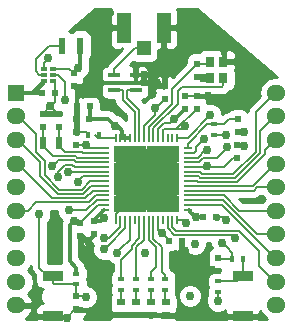
<source format=gtl>
G04 #@! TF.GenerationSoftware,KiCad,Pcbnew,no-vcs-found-96b3286~58~ubuntu16.10.1*
G04 #@! TF.CreationDate,2017-03-05T12:49:51+01:00*
G04 #@! TF.ProjectId,cc2538module,6363323533386D6F64756C652E6B6963,rev?*
G04 #@! TF.FileFunction,Copper,L1,Top,Signal*
G04 #@! TF.FilePolarity,Positive*
%FSLAX46Y46*%
G04 Gerber Fmt 4.6, Leading zero omitted, Abs format (unit mm)*
G04 Created by KiCad (PCBNEW no-vcs-found-96b3286~58~ubuntu16.10.1) date Sun Mar  5 12:49:51 2017*
%MOMM*%
%LPD*%
G01*
G04 APERTURE LIST*
%ADD10C,0.150000*%
%ADD11C,0.600000*%
%ADD12O,1.600000X1.360000*%
%ADD13R,1.360000X1.360000*%
%ADD14R,0.500000X0.600000*%
%ADD15R,0.700000X0.600000*%
%ADD16R,1.700000X0.900000*%
%ADD17R,0.600000X0.500000*%
%ADD18R,0.600000X1.100000*%
%ADD19R,0.800000X0.900000*%
%ADD20R,1.400000X1.400000*%
%ADD21R,0.800000X0.200000*%
%ADD22R,0.200000X0.800000*%
%ADD23R,0.600000X0.400000*%
%ADD24R,0.400000X0.600000*%
%ADD25R,1.150000X2.500000*%
%ADD26R,1.150000X1.200000*%
%ADD27R,1.200000X2.500000*%
%ADD28R,1.000000X0.350000*%
%ADD29R,0.600000X1.450000*%
%ADD30R,0.520000X0.300000*%
%ADD31C,0.762000*%
%ADD32C,0.340502*%
%ADD33C,0.152400*%
%ADD34C,0.355600*%
%ADD35C,0.304800*%
%ADD36C,0.200000*%
%ADD37C,0.254000*%
G04 APERTURE END LIST*
D10*
D11*
X86350000Y-54750000D03*
X86200000Y-53800000D03*
X99350000Y-59700000D03*
X99800000Y-58800000D03*
X100200000Y-57900000D03*
X98550000Y-55600000D03*
X97800000Y-54950000D03*
X82450000Y-73000000D03*
X99600000Y-68200000D03*
X96950000Y-78100000D03*
X81100000Y-77850000D03*
X86500000Y-77850000D03*
X95200000Y-77850000D03*
X85750000Y-52900000D03*
X87600000Y-52350000D03*
X86600000Y-52350000D03*
D12*
X101608680Y-77061080D03*
X101608680Y-75061080D03*
X101608680Y-73061080D03*
X101608680Y-71061080D03*
X101608680Y-69061080D03*
X101608680Y-67061080D03*
X101608680Y-65061080D03*
X101608680Y-63061080D03*
X101608680Y-61061080D03*
X101608680Y-59061080D03*
D13*
X79608680Y-59061080D03*
D12*
X79608680Y-61061080D03*
X79608680Y-63061080D03*
X79608680Y-65061080D03*
X79608680Y-67061080D03*
X79608680Y-69061080D03*
X79608680Y-71061080D03*
X79608680Y-73061080D03*
X79608680Y-75061080D03*
X79608680Y-77061080D03*
X79608680Y-77061080D03*
X79608680Y-75061080D03*
X79608680Y-73061080D03*
X79608680Y-71061080D03*
X79608680Y-69061080D03*
X79608680Y-67061080D03*
X79608680Y-65061080D03*
X79608680Y-63061080D03*
X79608680Y-61061080D03*
D13*
X79608680Y-59061080D03*
D12*
X101608680Y-59061080D03*
X101608680Y-61061080D03*
X101608680Y-63061080D03*
X101608680Y-65061080D03*
X101608680Y-67061080D03*
X101608680Y-69061080D03*
X101608680Y-71061080D03*
X101608680Y-73061080D03*
X101608680Y-75061080D03*
X101608680Y-77061080D03*
X101608680Y-77061080D03*
X101608680Y-75061080D03*
X101608680Y-73061080D03*
X101608680Y-71061080D03*
X101608680Y-69061080D03*
X101608680Y-67061080D03*
X101608680Y-65061080D03*
X101608680Y-63061080D03*
X101608680Y-61061080D03*
X101608680Y-59061080D03*
D13*
X79608680Y-59061080D03*
D12*
X79608680Y-61061080D03*
X79608680Y-63061080D03*
X79608680Y-65061080D03*
X79608680Y-67061080D03*
X79608680Y-69061080D03*
X79608680Y-71061080D03*
X79608680Y-73061080D03*
X79608680Y-75061080D03*
X79608680Y-77061080D03*
D11*
X93800000Y-52350000D03*
X100100000Y-56900000D03*
X99300000Y-56250000D03*
X97050000Y-54300000D03*
X96300000Y-53650000D03*
X95550000Y-53000000D03*
X94800000Y-52350000D03*
D14*
X96700000Y-74169580D03*
X96700000Y-73069580D03*
D15*
X89750000Y-77850000D03*
X89750000Y-76750000D03*
D12*
X79608680Y-77061080D03*
X79608680Y-75061080D03*
X79608680Y-73061080D03*
X79608680Y-71061080D03*
X79608680Y-69061080D03*
X79608680Y-67061080D03*
X79608680Y-65061080D03*
X79608680Y-63061080D03*
X79608680Y-61061080D03*
D13*
X79608680Y-59061080D03*
D12*
X101608680Y-59061080D03*
X101608680Y-61061080D03*
X101608680Y-63061080D03*
X101608680Y-65061080D03*
X101608680Y-67061080D03*
X101608680Y-69061080D03*
X101608680Y-71061080D03*
X101608680Y-73061080D03*
X101608680Y-75061080D03*
X101608680Y-77061080D03*
D15*
X88500000Y-76750000D03*
X88500000Y-77850000D03*
X91000000Y-77860000D03*
X91000000Y-76760000D03*
X92250000Y-76790000D03*
X92250000Y-77890000D03*
D16*
X98770440Y-77978000D03*
X98770440Y-74578000D03*
X82677000Y-74578000D03*
X82677000Y-77978000D03*
D14*
X98350000Y-62410000D03*
X98350000Y-61310000D03*
X94870000Y-60410000D03*
X94870000Y-59310000D03*
X84660000Y-77380000D03*
X84660000Y-76280000D03*
X86150000Y-69910000D03*
X86150000Y-71010000D03*
X94874973Y-56599213D03*
X94874973Y-57699213D03*
X83230000Y-60830000D03*
X83230000Y-61930000D03*
D17*
X85780000Y-61280000D03*
X84680000Y-61280000D03*
D14*
X84470000Y-58530000D03*
X84470000Y-57430000D03*
D17*
X81770000Y-59080000D03*
X82870000Y-59080000D03*
X93610000Y-71630000D03*
X92510000Y-71630000D03*
X95440000Y-69590000D03*
X96540000Y-69590000D03*
D14*
X98320000Y-63520000D03*
X98320000Y-64620000D03*
X85010000Y-70080000D03*
X85010000Y-71180000D03*
X93880000Y-59300000D03*
X93880000Y-60400000D03*
X92160000Y-59580000D03*
X92160000Y-58480000D03*
X84690000Y-62400000D03*
X84690000Y-63500000D03*
D17*
X85810000Y-60220000D03*
X84710000Y-60220000D03*
D14*
X81830000Y-60830000D03*
X81830000Y-61930000D03*
D18*
X81817928Y-63308560D03*
X83217928Y-63308560D03*
D19*
X96037973Y-57827713D03*
X96037973Y-56427713D03*
X97137973Y-56427713D03*
X97137973Y-57827713D03*
D20*
X92713000Y-67050920D03*
X92713000Y-68450920D03*
X92713000Y-65650920D03*
X92713000Y-64250920D03*
X91313000Y-67050920D03*
X91313000Y-68450920D03*
X91313000Y-65650920D03*
X91313000Y-64250920D03*
X89913000Y-67050920D03*
X89913000Y-68450920D03*
X89913000Y-65650920D03*
X89913000Y-64250920D03*
X88513000Y-64250920D03*
X88513000Y-65650920D03*
X88513000Y-67050920D03*
D21*
X87113000Y-65750920D03*
X87113000Y-63750920D03*
X87113000Y-64150920D03*
X87113000Y-64950920D03*
X87113000Y-65350920D03*
X87113000Y-64550920D03*
X87113000Y-68150920D03*
X87113000Y-66550920D03*
X87113000Y-67750920D03*
X87113000Y-67350920D03*
X87113000Y-66150920D03*
X87113000Y-66950920D03*
X87113000Y-68950920D03*
X87113000Y-68550920D03*
D22*
X93213000Y-62850920D03*
X92013000Y-62850920D03*
X92413000Y-62850920D03*
X92813000Y-62850920D03*
X90013000Y-62850920D03*
X90413000Y-62850920D03*
X91613000Y-62850920D03*
X91213000Y-62850920D03*
X90813000Y-62850920D03*
X88813000Y-62850920D03*
X89613000Y-62850920D03*
X89213000Y-62850920D03*
X88413000Y-62850920D03*
X88013000Y-62850920D03*
D21*
X94113000Y-63750920D03*
X94113000Y-64150920D03*
X94113000Y-64550920D03*
X94113000Y-64950920D03*
D22*
X93213000Y-69850920D03*
X92813000Y-69850920D03*
D20*
X88513000Y-68450920D03*
D21*
X94113000Y-65350920D03*
X94113000Y-65750920D03*
X94113000Y-66150920D03*
X94113000Y-66550920D03*
X94113000Y-66950920D03*
X94113000Y-67350920D03*
X94113000Y-67750920D03*
X94113000Y-68150920D03*
X94113000Y-68550920D03*
X94113000Y-68950920D03*
D22*
X92413000Y-69850920D03*
X92013000Y-69850920D03*
X91613000Y-69850920D03*
X91213000Y-69850920D03*
X90813000Y-69850920D03*
X90413000Y-69850920D03*
X90013000Y-69850920D03*
X89613000Y-69850920D03*
X89213000Y-69850920D03*
X88813000Y-69850920D03*
X88413000Y-69850920D03*
X88013000Y-69850920D03*
D23*
X96320000Y-62610000D03*
X96320000Y-61710000D03*
X84680000Y-75280000D03*
X84680000Y-74380000D03*
D24*
X85710000Y-62640000D03*
X86610000Y-62640000D03*
D23*
X96690000Y-75040000D03*
X96690000Y-75940000D03*
D24*
X97880000Y-73170000D03*
X98780000Y-73170000D03*
D23*
X92200000Y-74850000D03*
X92200000Y-75750000D03*
X91000000Y-75750000D03*
X91000000Y-74850000D03*
X89750000Y-74850000D03*
X89750000Y-75750000D03*
X88500000Y-75750000D03*
X88500000Y-74850000D03*
D25*
X88715000Y-53550000D03*
D26*
X90400000Y-55280000D03*
D27*
X92085000Y-53550000D03*
D28*
X87900000Y-58200000D03*
X89700000Y-58200000D03*
X87900000Y-57550000D03*
X87900000Y-58850000D03*
X89700000Y-58850000D03*
X89700000Y-57550000D03*
D29*
X83430000Y-55070000D03*
X85030000Y-55070000D03*
D30*
X81935000Y-57040000D03*
X81935000Y-57540000D03*
X81935000Y-58040000D03*
X82705000Y-58040000D03*
X82705000Y-57540000D03*
X82705000Y-57040000D03*
D31*
X85240000Y-59090000D03*
X98850000Y-63550000D03*
X93880002Y-72470000D03*
X96137585Y-74077585D03*
X91470000Y-58270000D03*
X95840000Y-59330000D03*
X95420000Y-57810000D03*
X88513000Y-68450920D03*
X89913000Y-68450920D03*
X91313000Y-68450920D03*
X92713000Y-68450920D03*
X92713000Y-67050920D03*
X91313000Y-67050920D03*
X89913000Y-67050920D03*
X88513000Y-67050920D03*
X88513000Y-64250920D03*
X88513000Y-65650920D03*
X89913000Y-65650920D03*
X91313000Y-65650920D03*
X92713000Y-65650920D03*
X92713000Y-64250920D03*
X91313000Y-64250920D03*
X89913000Y-64250920D03*
X85660000Y-71650000D03*
X86467479Y-58133287D03*
X82490000Y-60210000D03*
X98890000Y-62380000D03*
X83870000Y-78100000D03*
X97340000Y-69850000D03*
X90426703Y-58136579D03*
X90400000Y-57600000D03*
X94299990Y-76250000D03*
X97380000Y-62660000D03*
X85492867Y-76357133D03*
X81560000Y-69310000D03*
X83108403Y-66153502D03*
X82649153Y-65277891D03*
X87041504Y-72301390D03*
X90522789Y-72599590D03*
X87012616Y-71336610D03*
X91350000Y-60350000D03*
X95728954Y-65263277D03*
X91899723Y-70946315D03*
X96660000Y-76670000D03*
X94730000Y-71830000D03*
X92988019Y-61258019D03*
X84787158Y-56981120D03*
X87980000Y-61866718D03*
X94811454Y-69584382D03*
X84510000Y-69880000D03*
X85530000Y-63524212D03*
X88123522Y-72600410D03*
X98080000Y-71387422D03*
X95770846Y-63931694D03*
X95472482Y-63013765D03*
X84780000Y-66602355D03*
X84009538Y-65807685D03*
X93961705Y-70066610D03*
X82300000Y-56150000D03*
X96040000Y-60925798D03*
X84019513Y-69018018D03*
X83730000Y-59650000D03*
X97031632Y-71743033D03*
X97476422Y-63677488D03*
X93920000Y-61890000D03*
X87060000Y-69653390D03*
D32*
X84710000Y-60220000D02*
X84710000Y-58770000D01*
X84710000Y-58770000D02*
X84470000Y-58530000D01*
X84710000Y-60220000D02*
X84710000Y-59620000D01*
X84710000Y-59620000D02*
X85240000Y-59090000D01*
X84470000Y-58530000D02*
X84680000Y-58530000D01*
X84680000Y-58530000D02*
X85240000Y-59090000D01*
X98320000Y-63520000D02*
X98820000Y-63520000D01*
X98820000Y-63520000D02*
X98850000Y-63550000D01*
D33*
X93610000Y-72199998D02*
X93880002Y-72470000D01*
X93610000Y-71630000D02*
X93610000Y-72199998D01*
X96676400Y-74077585D02*
X96137585Y-74077585D01*
X96691575Y-74077585D02*
X96676400Y-74077585D01*
X96700000Y-74069160D02*
X96691575Y-74077585D01*
X92160000Y-58480000D02*
X91680000Y-58480000D01*
X91680000Y-58480000D02*
X91470000Y-58270000D01*
X93880000Y-59300000D02*
X94860000Y-59300000D01*
X94860000Y-59300000D02*
X94870000Y-59310000D01*
X94870000Y-59310000D02*
X95820000Y-59310000D01*
X95820000Y-59310000D02*
X95840000Y-59330000D01*
X94874973Y-57699213D02*
X95309213Y-57699213D01*
X95309213Y-57699213D02*
X95420000Y-57810000D01*
X96037973Y-57827713D02*
X95437713Y-57827713D01*
X95437713Y-57827713D02*
X95420000Y-57810000D01*
X88013000Y-69850920D02*
X88013000Y-69298520D01*
X88013000Y-69298520D02*
X88513000Y-68798520D01*
X88513000Y-68798520D02*
X88513000Y-68450920D01*
X89913000Y-68450920D02*
X88513000Y-68450920D01*
X91313000Y-68450920D02*
X89913000Y-68450920D01*
X92713000Y-68450920D02*
X91313000Y-68450920D01*
X92713000Y-67050920D02*
X92713000Y-68450920D01*
X91313000Y-67050920D02*
X92713000Y-67050920D01*
X89913000Y-67050920D02*
X91313000Y-67050920D01*
X88513000Y-67050920D02*
X89913000Y-67050920D01*
X88513000Y-65650920D02*
X88513000Y-67050920D01*
X88513000Y-65650920D02*
X88513000Y-64250920D01*
X89913000Y-65650920D02*
X88513000Y-65650920D01*
X91313000Y-65650920D02*
X89913000Y-65650920D01*
X92713000Y-65650920D02*
X91313000Y-65650920D01*
X92713000Y-64250920D02*
X92713000Y-65650920D01*
X91313000Y-64250920D02*
X92713000Y-64250920D01*
X89913000Y-64250920D02*
X91313000Y-64250920D01*
X88513000Y-64250920D02*
X89913000Y-64250920D01*
D32*
X86150000Y-71010000D02*
X86150000Y-71160000D01*
X86150000Y-71160000D02*
X85660000Y-71650000D01*
X85010000Y-71180000D02*
X85190000Y-71180000D01*
X85190000Y-71180000D02*
X85660000Y-71650000D01*
D34*
X86534192Y-58200000D02*
X86467479Y-58133287D01*
X87900000Y-58200000D02*
X86534192Y-58200000D01*
D33*
X82870000Y-59080000D02*
X82870000Y-58205000D01*
X82870000Y-58205000D02*
X82705000Y-58040000D01*
X83230000Y-60830000D02*
X83110000Y-60830000D01*
X83110000Y-60830000D02*
X82490000Y-60210000D01*
X81830000Y-60830000D02*
X81870000Y-60830000D01*
X81870000Y-60830000D02*
X82490000Y-60210000D01*
X82870000Y-59080000D02*
X82870000Y-59830000D01*
X82870000Y-59830000D02*
X82490000Y-60210000D01*
X98350000Y-62410000D02*
X98860000Y-62410000D01*
X98860000Y-62410000D02*
X98890000Y-62380000D01*
X84660000Y-77380000D02*
X84590000Y-77380000D01*
X84590000Y-77380000D02*
X83870000Y-78100000D01*
X82677000Y-77978000D02*
X83748000Y-77978000D01*
X83748000Y-77978000D02*
X83870000Y-78100000D01*
X97080000Y-69590000D02*
X97340000Y-69850000D01*
X96540000Y-69590000D02*
X97080000Y-69590000D01*
X84690000Y-62400000D02*
X85470000Y-62400000D01*
X85470000Y-62400000D02*
X85710000Y-62640000D01*
X85580000Y-62510000D02*
X85710000Y-62640000D01*
D34*
X89700000Y-58200000D02*
X90363282Y-58200000D01*
X90363282Y-58200000D02*
X90426703Y-58136579D01*
X89700000Y-57550000D02*
X90350000Y-57550000D01*
X90350000Y-57550000D02*
X90400000Y-57600000D01*
X89700000Y-58200000D02*
X87900000Y-58200000D01*
X89700000Y-57550000D02*
X89700000Y-58200000D01*
D33*
X97330000Y-62610000D02*
X97380000Y-62660000D01*
X96320000Y-62610000D02*
X97330000Y-62610000D01*
X81560000Y-73861000D02*
X81560000Y-69848815D01*
X82277000Y-74578000D02*
X81560000Y-73861000D01*
X82677000Y-74578000D02*
X82277000Y-74578000D01*
X81560000Y-69848815D02*
X81560000Y-69310000D01*
X84660000Y-76280000D02*
X85415734Y-76280000D01*
X85415734Y-76280000D02*
X85492867Y-76357133D01*
X84680000Y-75280000D02*
X82776600Y-75280000D01*
X82677000Y-75180400D02*
X82677000Y-74578000D01*
X82776600Y-75280000D02*
X82677000Y-75180400D01*
X84660000Y-76280000D02*
X84660000Y-75300000D01*
X84660000Y-75300000D02*
X84680000Y-75280000D01*
X84326531Y-65147284D02*
X83713716Y-65147284D01*
X83108403Y-65752597D02*
X83108403Y-66153502D01*
X84530167Y-65350920D02*
X84326531Y-65147284D01*
X83713716Y-65147284D02*
X83108403Y-65752597D01*
X87113000Y-65350920D02*
X84530167Y-65350920D01*
X84475563Y-64791673D02*
X83135371Y-64791673D01*
X83030152Y-64896892D02*
X82649153Y-65277891D01*
X83135371Y-64791673D02*
X83030152Y-64896892D01*
X87113000Y-64950920D02*
X84634810Y-64950920D01*
X84634810Y-64950920D02*
X84475563Y-64791673D01*
X87422503Y-71920391D02*
X87041504Y-72301390D01*
X88813000Y-69850920D02*
X88813000Y-70529894D01*
X88813000Y-70529894D02*
X87422503Y-71920391D01*
X87479710Y-71336610D02*
X87012616Y-71336610D01*
X88413000Y-69850920D02*
X88413000Y-70403320D01*
X88413000Y-70403320D02*
X87479710Y-71336610D01*
X92510000Y-71630000D02*
X92510000Y-71556592D01*
X92510000Y-71556592D02*
X91899723Y-70946315D01*
X91613000Y-69850920D02*
X91613000Y-70659592D01*
X91613000Y-70659592D02*
X91899723Y-70946315D01*
X90413000Y-62850920D02*
X90413000Y-61887000D01*
X90413000Y-61887000D02*
X91350000Y-60950000D01*
X91350000Y-60950000D02*
X91350000Y-60350000D01*
X90413000Y-62298520D02*
X90400000Y-62285520D01*
X90400000Y-62285520D02*
X90400000Y-61950000D01*
X92160000Y-59630000D02*
X91440000Y-60350000D01*
X91440000Y-60350000D02*
X91350000Y-60350000D01*
X92160000Y-59580000D02*
X92160000Y-59630000D01*
X91613000Y-62163342D02*
X92137324Y-61639018D01*
X92137324Y-61639018D02*
X92607020Y-61639018D01*
X91613000Y-62850920D02*
X91613000Y-62163342D01*
X92607020Y-61639018D02*
X92988019Y-61258019D01*
D32*
X95641311Y-65350920D02*
X95728954Y-65263277D01*
X95450000Y-65350920D02*
X95641311Y-65350920D01*
D33*
X94113000Y-68950920D02*
X94177992Y-68950920D01*
X94177992Y-68950920D02*
X94811454Y-69584382D01*
X97917600Y-64620000D02*
X98320000Y-64620000D01*
X97186680Y-65350920D02*
X97917600Y-64620000D01*
X95450000Y-65350920D02*
X97186680Y-65350920D01*
X82705000Y-57040000D02*
X84080000Y-57040000D01*
X84080000Y-57040000D02*
X84470000Y-57430000D01*
D35*
X91736408Y-70783000D02*
X91899723Y-70946315D01*
D33*
X96690000Y-75940000D02*
X96690000Y-76640000D01*
X96690000Y-76640000D02*
X96660000Y-76670000D01*
D35*
X93880000Y-60450000D02*
X93071981Y-61258019D01*
X93880000Y-60400000D02*
X93880000Y-60450000D01*
X93071981Y-61258019D02*
X92988019Y-61258019D01*
D33*
X94113000Y-65350920D02*
X95450000Y-65350920D01*
D35*
X85030000Y-56738278D02*
X84787158Y-56981120D01*
X85030000Y-55070000D02*
X85030000Y-56738278D01*
X84406159Y-57362119D02*
X84787158Y-56981120D01*
X84406159Y-57366159D02*
X84406159Y-57362119D01*
X84470000Y-57430000D02*
X84406159Y-57366159D01*
D32*
X85780000Y-61280000D02*
X87393282Y-61280000D01*
X87393282Y-61280000D02*
X87980000Y-61866718D01*
X88560000Y-62257838D02*
X88168880Y-61866718D01*
X88168880Y-61866718D02*
X87980000Y-61866718D01*
D35*
X84680000Y-74380000D02*
X84680000Y-73875200D01*
X84680000Y-73875200D02*
X84129001Y-73324201D01*
X84129001Y-70260999D02*
X84510000Y-69880000D01*
X84129001Y-73324201D02*
X84129001Y-70260999D01*
X84510000Y-69880000D02*
X84810000Y-69880000D01*
X84810000Y-69880000D02*
X85010000Y-70080000D01*
D33*
X85048815Y-69880000D02*
X84510000Y-69880000D01*
X86519080Y-68550920D02*
X85190000Y-69880000D01*
X87113000Y-68550920D02*
X86519080Y-68550920D01*
D35*
X94817072Y-69590000D02*
X94811454Y-69584382D01*
X95440000Y-69590000D02*
X94817072Y-69590000D01*
D32*
X94430455Y-69203383D02*
X94811454Y-69584382D01*
X94251444Y-69024372D02*
X94430455Y-69203383D01*
D33*
X85756708Y-63750920D02*
X85530000Y-63524212D01*
X87113000Y-63750920D02*
X85756708Y-63750920D01*
X85505788Y-63500000D02*
X85530000Y-63524212D01*
X84690000Y-63500000D02*
X85505788Y-63500000D01*
D35*
X88560000Y-62850920D02*
X88560000Y-62257838D01*
X85810000Y-60220000D02*
X85810000Y-61250000D01*
X85810000Y-61250000D02*
X85780000Y-61280000D01*
X88560000Y-62850920D02*
X89157399Y-62850920D01*
D33*
X88560000Y-62850920D02*
X88413000Y-62850920D01*
X88813000Y-62850920D02*
X88560000Y-62850920D01*
X87112080Y-63750000D02*
X87113000Y-63750920D01*
X89213000Y-62850920D02*
X88813000Y-62850920D01*
X90413000Y-62850920D02*
X90413000Y-62298520D01*
X90413000Y-62298520D02*
X90398600Y-62284120D01*
X89213000Y-69850920D02*
X89213000Y-71510932D01*
X89213000Y-71510932D02*
X88504521Y-72219411D01*
X88504521Y-72219411D02*
X88123522Y-72600410D01*
X97775201Y-71082623D02*
X98080000Y-71387422D01*
X92413000Y-70506228D02*
X92989395Y-71082623D01*
X92989395Y-71082623D02*
X97775201Y-71082623D01*
X92413000Y-69850920D02*
X92413000Y-70506228D01*
X100157600Y-73730000D02*
X101488680Y-75061080D01*
X101488680Y-75061080D02*
X101608680Y-75061080D01*
X93136692Y-70727012D02*
X98444406Y-70727012D01*
X92813000Y-69850920D02*
X92813000Y-70403320D01*
X92813000Y-70403320D02*
X93136692Y-70727012D01*
X98444406Y-70727012D02*
X100157600Y-72440206D01*
X100157600Y-72440206D02*
X100157600Y-73730000D01*
X101488680Y-59061080D02*
X99870000Y-60679760D01*
X101608680Y-59061080D02*
X101488680Y-59061080D01*
X94665400Y-65750920D02*
X94113000Y-65750920D01*
X95131666Y-65750920D02*
X94665400Y-65750920D01*
X99870000Y-64040930D02*
X97987243Y-65923687D01*
X97987243Y-65923687D02*
X95304433Y-65923687D01*
X99870000Y-60679760D02*
X99870000Y-64040930D01*
X95304433Y-65923687D02*
X95131666Y-65750920D01*
X95143935Y-66266098D02*
X95028757Y-66150920D01*
X100250000Y-64163839D02*
X98147741Y-66266098D01*
X101608680Y-61061080D02*
X101488680Y-61061080D01*
X98147741Y-66266098D02*
X95143935Y-66266098D01*
X101488680Y-61061080D02*
X100250000Y-62299760D01*
X95028757Y-66150920D02*
X94665400Y-66150920D01*
X100250000Y-62299760D02*
X100250000Y-64163839D01*
X94665400Y-66150920D02*
X94113000Y-66150920D01*
X98308239Y-66608509D02*
X94983437Y-66608509D01*
X94665400Y-66550920D02*
X94113000Y-66550920D01*
X94983437Y-66608509D02*
X94925848Y-66550920D01*
X100656280Y-64260468D02*
X98308239Y-66608509D01*
X101488680Y-63061080D02*
X100656280Y-63893480D01*
X100656280Y-63893480D02*
X100656280Y-64260468D01*
X94925848Y-66550920D02*
X94665400Y-66550920D01*
X101608680Y-63061080D02*
X101488680Y-63061080D01*
X101608680Y-65061080D02*
X101488680Y-65061080D01*
X101488680Y-65061080D02*
X99598840Y-66950920D01*
X99598840Y-66950920D02*
X94665400Y-66950920D01*
X94665400Y-66950920D02*
X94113000Y-66950920D01*
X101608680Y-67061080D02*
X99972922Y-67061080D01*
X99972922Y-67061080D02*
X99683082Y-67350920D01*
X99683082Y-67350920D02*
X94665400Y-67350920D01*
X94665400Y-67350920D02*
X94113000Y-67350920D01*
X101608680Y-69061080D02*
X98457164Y-69061080D01*
X98457164Y-69061080D02*
X97147004Y-67750920D01*
X97147004Y-67750920D02*
X94617121Y-67750920D01*
X94617121Y-67750920D02*
X94113000Y-67750920D01*
X101608680Y-71061080D02*
X99972922Y-71061080D01*
X97076722Y-68164880D02*
X94126960Y-68164880D01*
X94126960Y-68164880D02*
X94113000Y-68150920D01*
X99972922Y-71061080D02*
X97076722Y-68164880D01*
X101488680Y-73061080D02*
X96978520Y-68550920D01*
X94665400Y-68550920D02*
X94113000Y-68550920D01*
X101608680Y-73061080D02*
X101488680Y-73061080D01*
X96978520Y-68550920D02*
X94665400Y-68550920D01*
D35*
X79608680Y-59061080D02*
X81751080Y-59061080D01*
X81751080Y-59061080D02*
X81770000Y-59080000D01*
X79608680Y-59061080D02*
X80913920Y-59061080D01*
X80913920Y-59061080D02*
X81929399Y-58045601D01*
D33*
X79608680Y-59061080D02*
X81216320Y-59061080D01*
X81216320Y-59061080D02*
X81935000Y-58342400D01*
X81935000Y-58342400D02*
X81935000Y-58040000D01*
X79608680Y-61061080D02*
X79728680Y-61061080D01*
X85124631Y-67262765D02*
X85836476Y-66550920D01*
X81238527Y-64068018D02*
X81988752Y-64818243D01*
X81988752Y-64818243D02*
X81988752Y-65998341D01*
X83253176Y-67262765D02*
X85124631Y-67262765D01*
X86560600Y-66550920D02*
X87113000Y-66550920D01*
X85836476Y-66550920D02*
X86560600Y-66550920D01*
X81988752Y-65998341D02*
X83253176Y-67262765D01*
X81238527Y-62570927D02*
X81238527Y-64068018D01*
X79728680Y-61061080D02*
X81238527Y-62570927D01*
X81633141Y-64965541D02*
X81633141Y-66145639D01*
X85271929Y-67618376D02*
X85939385Y-66950920D01*
X86560600Y-66950920D02*
X87113000Y-66950920D01*
X83105878Y-67618376D02*
X85271929Y-67618376D01*
X79608680Y-63061080D02*
X79728680Y-63061080D01*
X79728680Y-63061080D02*
X81633141Y-64965541D01*
X81633141Y-66145639D02*
X83105878Y-67618376D01*
X85939385Y-66950920D02*
X86560600Y-66950920D01*
X86560600Y-67350920D02*
X87113000Y-67350920D01*
X82641587Y-67973987D02*
X85444292Y-67973987D01*
X86067359Y-67350920D02*
X86560600Y-67350920D01*
X79728680Y-65061080D02*
X82641587Y-67973987D01*
X85444292Y-67973987D02*
X86067359Y-67350920D01*
X79608680Y-65061080D02*
X79728680Y-65061080D01*
X86560600Y-67750920D02*
X87113000Y-67750920D01*
X86304260Y-67750920D02*
X86560600Y-67750920D01*
X85725582Y-68329598D02*
X86304260Y-67750920D01*
X81292562Y-68329598D02*
X85725582Y-68329598D01*
X80561080Y-69061080D02*
X81292562Y-68329598D01*
X79608680Y-69061080D02*
X80561080Y-69061080D01*
X94969521Y-64550920D02*
X95588747Y-63931694D01*
X94113000Y-64550920D02*
X94969521Y-64550920D01*
X95588747Y-63931694D02*
X95770846Y-63931694D01*
X94803390Y-63682857D02*
X95091483Y-63394764D01*
X95091483Y-63394764D02*
X95472482Y-63013765D01*
X94803390Y-64012930D02*
X94803390Y-63682857D01*
X94113000Y-64150920D02*
X94665400Y-64150920D01*
X94665400Y-64150920D02*
X94803390Y-64012930D01*
X85160999Y-66221356D02*
X84780000Y-66602355D01*
X85231435Y-66150920D02*
X85160999Y-66221356D01*
X87113000Y-66150920D02*
X85231435Y-66150920D01*
X84066303Y-65750920D02*
X84009538Y-65807685D01*
X87113000Y-65750920D02*
X84066303Y-65750920D01*
X93746015Y-69850920D02*
X93961705Y-70066610D01*
X93213000Y-69850920D02*
X93746015Y-69850920D01*
X81935000Y-56515000D02*
X82300000Y-56150000D01*
X81935000Y-57040000D02*
X81935000Y-56515000D01*
X94142002Y-62850920D02*
X96040000Y-60925798D01*
X96040000Y-60952922D02*
X96040000Y-60925798D01*
X93213000Y-62850920D02*
X94142002Y-62850920D01*
X81935000Y-57540000D02*
X81522600Y-57540000D01*
X81522600Y-57540000D02*
X81240000Y-57257400D01*
X81240000Y-57257400D02*
X81240000Y-56180000D01*
X81240000Y-56180000D02*
X82350000Y-55070000D01*
X82350000Y-55070000D02*
X83430000Y-55070000D01*
X84558328Y-69018018D02*
X84019513Y-69018018D01*
X85540071Y-69018018D02*
X84558328Y-69018018D01*
X87113000Y-68150920D02*
X86407169Y-68150920D01*
X86407169Y-68150920D02*
X85540071Y-69018018D01*
X83730000Y-59111185D02*
X83730000Y-59650000D01*
X83730000Y-58152600D02*
X83730000Y-59111185D01*
X82705000Y-57540000D02*
X83117400Y-57540000D01*
X83117400Y-57540000D02*
X83730000Y-58152600D01*
X87900000Y-57040000D02*
X89660000Y-55280000D01*
X89660000Y-55280000D02*
X90400000Y-55280000D01*
X87900000Y-57550000D02*
X87900000Y-57040000D01*
X88500000Y-75750000D02*
X88500000Y-76750000D01*
X88500000Y-74850000D02*
X88500000Y-73197092D01*
X88500000Y-73197092D02*
X89394389Y-72302703D01*
X89394389Y-72302703D02*
X89394389Y-72002702D01*
X89394389Y-72002702D02*
X90013000Y-71384091D01*
X90013000Y-71384091D02*
X90013000Y-70403320D01*
X90013000Y-70403320D02*
X90013000Y-69850920D01*
X89750000Y-74850000D02*
X89750000Y-72150000D01*
X89750000Y-72150000D02*
X90413000Y-71487000D01*
X90413000Y-71487000D02*
X90413000Y-70403320D01*
X90413000Y-70403320D02*
X90413000Y-69850920D01*
X89750000Y-75750000D02*
X89750000Y-76750000D01*
X91000000Y-75750000D02*
X91000000Y-76760000D01*
X91000000Y-74850000D02*
X91000000Y-74200000D01*
X90813000Y-70403320D02*
X90813000Y-69850920D01*
X91000000Y-74200000D02*
X91400000Y-73800000D01*
X91400000Y-73800000D02*
X91400000Y-72102908D01*
X91400000Y-72102908D02*
X90813000Y-71515908D01*
X90813000Y-71515908D02*
X90813000Y-70403320D01*
X91930599Y-72130599D02*
X91213000Y-71413000D01*
X91213000Y-71413000D02*
X91213000Y-69850920D01*
X91930599Y-74228199D02*
X91930599Y-72130599D01*
X92200000Y-74850000D02*
X92200000Y-74497600D01*
X92200000Y-74497600D02*
X91930599Y-74228199D01*
X92200000Y-75750000D02*
X92200000Y-76740000D01*
X92200000Y-76740000D02*
X92250000Y-76790000D01*
X95411961Y-64602876D02*
X96551034Y-64602876D01*
X95063917Y-64950920D02*
X95411961Y-64602876D01*
X96551034Y-64602876D02*
X97095423Y-64058487D01*
X94113000Y-64950920D02*
X95063917Y-64950920D01*
X97095423Y-64058487D02*
X97476422Y-63677488D01*
X97880000Y-72591401D02*
X97412631Y-72124032D01*
X97880000Y-73170000D02*
X97880000Y-72591401D01*
X97412631Y-72124032D02*
X97031632Y-71743033D01*
X97880000Y-73170000D02*
X96700000Y-73170000D01*
X98770440Y-74578000D02*
X98770440Y-73179560D01*
X98770440Y-73179560D02*
X98780000Y-73170000D01*
X96690000Y-75040000D02*
X98308440Y-75040000D01*
X98308440Y-75040000D02*
X98770440Y-74578000D01*
X88013000Y-62850920D02*
X86550920Y-62850920D01*
X86550920Y-62850920D02*
X86300000Y-62600000D01*
X95785830Y-61710000D02*
X95867600Y-61710000D01*
X94113000Y-63382830D02*
X95785830Y-61710000D01*
X94113000Y-63750920D02*
X94113000Y-63382830D01*
X95867600Y-61710000D02*
X96320000Y-61710000D01*
X96320000Y-61710000D02*
X97180000Y-61710000D01*
X97180000Y-61710000D02*
X97580000Y-61310000D01*
X97580000Y-61310000D02*
X98350000Y-61310000D01*
X83217928Y-63558560D02*
X83739819Y-64080451D01*
X86526906Y-64184614D02*
X86560600Y-64150920D01*
X85156572Y-64080451D02*
X85260735Y-64184614D01*
X83217928Y-63308560D02*
X83217928Y-63558560D01*
X83739819Y-64080451D02*
X85156572Y-64080451D01*
X85260735Y-64184614D02*
X86526906Y-64184614D01*
X86560600Y-64150920D02*
X87113000Y-64150920D01*
X83230000Y-61930000D02*
X83230000Y-63296488D01*
X83230000Y-63296488D02*
X83217928Y-63308560D01*
X81817928Y-63558560D02*
X82695430Y-64436062D01*
X84737719Y-64550920D02*
X86560600Y-64550920D01*
X84622861Y-64436062D02*
X84737719Y-64550920D01*
X81817928Y-63308560D02*
X81817928Y-63558560D01*
X82695430Y-64436062D02*
X84622861Y-64436062D01*
X86560600Y-64550920D02*
X87113000Y-64550920D01*
X81830000Y-61930000D02*
X81830000Y-63296488D01*
X81830000Y-63296488D02*
X81817928Y-63308560D01*
X92013000Y-62298520D02*
X92013000Y-62850920D01*
X93158481Y-62171519D02*
X92089479Y-62171519D01*
X92013000Y-62247998D02*
X92013000Y-62298520D01*
X92089479Y-62171519D02*
X92013000Y-62247998D01*
X93158481Y-62171519D02*
X93638481Y-62171519D01*
X93638481Y-62171519D02*
X93920000Y-61890000D01*
X94870000Y-60410000D02*
X94870000Y-60460000D01*
X94870000Y-60460000D02*
X93158481Y-62171519D01*
D35*
X86803390Y-69910000D02*
X87060000Y-69653390D01*
X86150000Y-69910000D02*
X86803390Y-69910000D01*
X86150000Y-69910000D02*
X86150000Y-69860000D01*
X86150000Y-69860000D02*
X87003479Y-69006521D01*
D33*
X93300599Y-58876479D02*
X93619964Y-58557114D01*
X93619964Y-58557114D02*
X97010972Y-58557114D01*
X97010972Y-58557114D02*
X97137973Y-58430113D01*
X93300599Y-59991501D02*
X93300599Y-58876479D01*
X91213000Y-62079100D02*
X93300599Y-59991501D01*
X97137973Y-58430113D02*
X97137973Y-57827713D01*
X91213000Y-62850920D02*
X91213000Y-62079100D01*
X94874973Y-56649213D02*
X94874973Y-56599213D01*
X92820000Y-59987858D02*
X92820000Y-58704186D01*
X92820000Y-58704186D02*
X94874973Y-56649213D01*
X90813000Y-61994858D02*
X92820000Y-59987858D01*
X90813000Y-62850920D02*
X90813000Y-61994858D01*
X94874973Y-56599213D02*
X95866473Y-56599213D01*
X95866473Y-56599213D02*
X96037973Y-56427713D01*
D36*
X89613001Y-60655843D02*
X88600000Y-59642842D01*
X88600000Y-59642842D02*
X88600000Y-58850000D01*
X88600000Y-58850000D02*
X87900000Y-58850000D01*
X89613001Y-62850919D02*
X89613001Y-60655843D01*
X89613000Y-62850920D02*
X89613001Y-62850919D01*
X89000000Y-59477158D02*
X89000000Y-58850000D01*
X90012999Y-60490157D02*
X89000000Y-59477158D01*
X89000000Y-58850000D02*
X89700000Y-58850000D01*
X90012999Y-62850919D02*
X90012999Y-60490157D01*
X90013000Y-62850920D02*
X90012999Y-62850919D01*
D37*
G36*
X80848800Y-73861000D02*
X80902937Y-74133165D01*
X81057106Y-74363894D01*
X81179560Y-74486348D01*
X81179560Y-75028000D01*
X81228843Y-75275765D01*
X81369191Y-75485809D01*
X81579235Y-75626157D01*
X81817513Y-75673553D01*
X81800081Y-75690954D01*
X81642180Y-76071223D01*
X81641821Y-76482971D01*
X81799058Y-76863515D01*
X81828492Y-76893000D01*
X81700690Y-76893000D01*
X81467301Y-76989673D01*
X81288673Y-77168302D01*
X81192000Y-77401691D01*
X81192000Y-77692250D01*
X81350750Y-77851000D01*
X82550000Y-77851000D01*
X82550000Y-77831000D01*
X82804000Y-77831000D01*
X82804000Y-77851000D01*
X82824000Y-77851000D01*
X82824000Y-78105000D01*
X82804000Y-78105000D01*
X82804000Y-78125000D01*
X82550000Y-78125000D01*
X82550000Y-78105000D01*
X81350750Y-78105000D01*
X81260790Y-78194960D01*
X80377281Y-78194960D01*
X80421558Y-78178357D01*
X80796379Y-77828156D01*
X81001552Y-77391266D01*
X80877934Y-77188080D01*
X79735680Y-77188080D01*
X79735680Y-77208080D01*
X79481680Y-77208080D01*
X79481680Y-77188080D01*
X79461680Y-77188080D01*
X79461680Y-76934080D01*
X79481680Y-76934080D01*
X79481680Y-76914080D01*
X79735680Y-76914080D01*
X79735680Y-76934080D01*
X80877934Y-76934080D01*
X81001552Y-76730894D01*
X80796379Y-76294004D01*
X80561492Y-76074545D01*
X80686638Y-75990925D01*
X80971695Y-75564309D01*
X81071793Y-75061080D01*
X80971695Y-74557851D01*
X80686638Y-74131235D01*
X80581644Y-74061080D01*
X80686638Y-73990925D01*
X80848800Y-73748234D01*
X80848800Y-73861000D01*
X80848800Y-73861000D01*
G37*
X80848800Y-73861000D02*
X80902937Y-74133165D01*
X81057106Y-74363894D01*
X81179560Y-74486348D01*
X81179560Y-75028000D01*
X81228843Y-75275765D01*
X81369191Y-75485809D01*
X81579235Y-75626157D01*
X81817513Y-75673553D01*
X81800081Y-75690954D01*
X81642180Y-76071223D01*
X81641821Y-76482971D01*
X81799058Y-76863515D01*
X81828492Y-76893000D01*
X81700690Y-76893000D01*
X81467301Y-76989673D01*
X81288673Y-77168302D01*
X81192000Y-77401691D01*
X81192000Y-77692250D01*
X81350750Y-77851000D01*
X82550000Y-77851000D01*
X82550000Y-77831000D01*
X82804000Y-77831000D01*
X82804000Y-77851000D01*
X82824000Y-77851000D01*
X82824000Y-78105000D01*
X82804000Y-78105000D01*
X82804000Y-78125000D01*
X82550000Y-78125000D01*
X82550000Y-78105000D01*
X81350750Y-78105000D01*
X81260790Y-78194960D01*
X80377281Y-78194960D01*
X80421558Y-78178357D01*
X80796379Y-77828156D01*
X81001552Y-77391266D01*
X80877934Y-77188080D01*
X79735680Y-77188080D01*
X79735680Y-77208080D01*
X79481680Y-77208080D01*
X79481680Y-77188080D01*
X79461680Y-77188080D01*
X79461680Y-76934080D01*
X79481680Y-76934080D01*
X79481680Y-76914080D01*
X79735680Y-76914080D01*
X79735680Y-76934080D01*
X80877934Y-76934080D01*
X81001552Y-76730894D01*
X80796379Y-76294004D01*
X80561492Y-76074545D01*
X80686638Y-75990925D01*
X80971695Y-75564309D01*
X81071793Y-75061080D01*
X80971695Y-74557851D01*
X80686638Y-74131235D01*
X80581644Y-74061080D01*
X80686638Y-73990925D01*
X80848800Y-73748234D01*
X80848800Y-73861000D01*
G36*
X85135000Y-71053000D02*
X85157000Y-71053000D01*
X85157000Y-71307000D01*
X85135000Y-71307000D01*
X85135000Y-71956250D01*
X85293750Y-72115000D01*
X85386310Y-72115000D01*
X85619699Y-72018327D01*
X85716652Y-71921374D01*
X85773690Y-71945000D01*
X85866250Y-71945000D01*
X86022998Y-71788252D01*
X86022998Y-71945000D01*
X86089381Y-71945000D01*
X86025680Y-72098408D01*
X86025328Y-72502598D01*
X86179679Y-72876156D01*
X86465235Y-73162211D01*
X86838522Y-73317214D01*
X87242712Y-73317566D01*
X87356786Y-73270431D01*
X87547253Y-73461231D01*
X87788800Y-73561531D01*
X87788800Y-74161048D01*
X87742191Y-74192191D01*
X87601843Y-74402235D01*
X87552560Y-74650000D01*
X87552560Y-75050000D01*
X87601843Y-75297765D01*
X87603336Y-75300000D01*
X87601843Y-75302235D01*
X87552560Y-75550000D01*
X87552560Y-75950000D01*
X87591058Y-76143546D01*
X87551843Y-76202235D01*
X87502560Y-76450000D01*
X87502560Y-77050000D01*
X87551843Y-77297765D01*
X87561299Y-77311916D01*
X87515000Y-77423691D01*
X87515000Y-77564250D01*
X87673750Y-77723000D01*
X88373000Y-77723000D01*
X88373000Y-77703000D01*
X88627000Y-77703000D01*
X88627000Y-77723000D01*
X89623000Y-77723000D01*
X89623000Y-77703000D01*
X89877000Y-77703000D01*
X89877000Y-77723000D01*
X90163750Y-77723000D01*
X90173750Y-77733000D01*
X90873000Y-77733000D01*
X90873000Y-77713000D01*
X91127000Y-77713000D01*
X91127000Y-77733000D01*
X91393750Y-77733000D01*
X91423750Y-77763000D01*
X92123000Y-77763000D01*
X92123000Y-77743000D01*
X92377000Y-77743000D01*
X92377000Y-77763000D01*
X93076250Y-77763000D01*
X93235000Y-77604250D01*
X93235000Y-77463691D01*
X93188701Y-77351916D01*
X93198157Y-77337765D01*
X93247440Y-77090000D01*
X93247440Y-76490000D01*
X93239724Y-76451208D01*
X93283814Y-76451208D01*
X93438165Y-76824766D01*
X93723721Y-77110821D01*
X94097008Y-77265824D01*
X94501198Y-77266176D01*
X94874756Y-77111825D01*
X95160811Y-76826269D01*
X95315814Y-76452982D01*
X95316166Y-76048792D01*
X95161815Y-75675234D01*
X94876259Y-75389179D01*
X94502972Y-75234176D01*
X94098782Y-75233824D01*
X93725224Y-75388175D01*
X93439169Y-75673731D01*
X93284166Y-76047018D01*
X93283814Y-76451208D01*
X93239724Y-76451208D01*
X93198157Y-76242235D01*
X93114280Y-76116706D01*
X93147440Y-75950000D01*
X93147440Y-75550000D01*
X93098157Y-75302235D01*
X93096664Y-75300000D01*
X93098157Y-75297765D01*
X93147440Y-75050000D01*
X93147440Y-74650000D01*
X93098157Y-74402235D01*
X92957809Y-74192191D01*
X92747765Y-74051843D01*
X92740047Y-74050308D01*
X92702895Y-73994706D01*
X92641799Y-73933610D01*
X92641799Y-72527440D01*
X92810000Y-72527440D01*
X93057765Y-72478157D01*
X93071916Y-72468701D01*
X93183691Y-72515000D01*
X93324250Y-72515000D01*
X93483000Y-72356250D01*
X93483000Y-71793823D01*
X93714031Y-71793823D01*
X93713824Y-72031208D01*
X93737000Y-72087298D01*
X93737000Y-72356250D01*
X93895750Y-72515000D01*
X93978217Y-72515000D01*
X94153731Y-72690821D01*
X94527018Y-72845824D01*
X94931208Y-72846176D01*
X95304766Y-72691825D01*
X95590821Y-72406269D01*
X95745824Y-72032982D01*
X95746032Y-71793823D01*
X96015587Y-71793823D01*
X96015456Y-71944241D01*
X96129427Y-72220072D01*
X95992191Y-72311771D01*
X95851843Y-72521815D01*
X95802560Y-72769580D01*
X95802560Y-73369580D01*
X95851843Y-73617345D01*
X95861299Y-73631496D01*
X95815000Y-73743271D01*
X95815000Y-73883830D01*
X95973750Y-74042580D01*
X96575000Y-74042580D01*
X96575000Y-74022580D01*
X96825000Y-74022580D01*
X96825000Y-74042580D01*
X96847000Y-74042580D01*
X96847000Y-74192560D01*
X96390000Y-74192560D01*
X96142235Y-74241843D01*
X96060316Y-74296580D01*
X95973750Y-74296580D01*
X95815000Y-74455330D01*
X95815000Y-74557578D01*
X95791843Y-74592235D01*
X95742560Y-74840000D01*
X95742560Y-75240000D01*
X95791843Y-75487765D01*
X95793336Y-75490000D01*
X95791843Y-75492235D01*
X95742560Y-75740000D01*
X95742560Y-76140000D01*
X95754675Y-76200908D01*
X95644176Y-76467018D01*
X95643824Y-76871208D01*
X95798175Y-77244766D01*
X96083731Y-77530821D01*
X96457018Y-77685824D01*
X96861208Y-77686176D01*
X97234766Y-77531825D01*
X97285440Y-77481239D01*
X97285440Y-77692250D01*
X97444190Y-77851000D01*
X98643440Y-77851000D01*
X98643440Y-77831000D01*
X98897440Y-77831000D01*
X98897440Y-77851000D01*
X100096690Y-77851000D01*
X100255440Y-77692250D01*
X100255440Y-77578938D01*
X100530722Y-77990925D01*
X100836081Y-78194960D01*
X100186650Y-78194960D01*
X100096690Y-78105000D01*
X98897440Y-78105000D01*
X98897440Y-78125000D01*
X98643440Y-78125000D01*
X98643440Y-78105000D01*
X97444190Y-78105000D01*
X97354230Y-78194960D01*
X93235000Y-78194960D01*
X93235000Y-78175750D01*
X93076250Y-78017000D01*
X92377000Y-78017000D01*
X92377000Y-78037000D01*
X92123000Y-78037000D01*
X92123000Y-78017000D01*
X91856250Y-78017000D01*
X91826250Y-77987000D01*
X91127000Y-77987000D01*
X91127000Y-78007000D01*
X90873000Y-78007000D01*
X90873000Y-77987000D01*
X90586250Y-77987000D01*
X90576250Y-77977000D01*
X89877000Y-77977000D01*
X89877000Y-77997000D01*
X89623000Y-77997000D01*
X89623000Y-77977000D01*
X88627000Y-77977000D01*
X88627000Y-77997000D01*
X88373000Y-77997000D01*
X88373000Y-77977000D01*
X87673750Y-77977000D01*
X87515000Y-78135750D01*
X87515000Y-78194960D01*
X85293066Y-78194960D01*
X85448327Y-78039698D01*
X85545000Y-77806309D01*
X85545000Y-77665750D01*
X85386250Y-77507000D01*
X84785000Y-77507000D01*
X84785000Y-77527000D01*
X84535000Y-77527000D01*
X84535000Y-77507000D01*
X84513000Y-77507000D01*
X84513000Y-77253000D01*
X84535000Y-77253000D01*
X84535000Y-77233000D01*
X84785000Y-77233000D01*
X84785000Y-77253000D01*
X85000998Y-77253000D01*
X85289885Y-77372957D01*
X85694075Y-77373309D01*
X86067633Y-77218958D01*
X86353688Y-76933402D01*
X86508691Y-76560115D01*
X86509043Y-76155925D01*
X86354692Y-75782367D01*
X86069136Y-75496312D01*
X85695849Y-75341309D01*
X85627440Y-75341249D01*
X85627440Y-75080000D01*
X85578157Y-74832235D01*
X85576664Y-74830000D01*
X85578157Y-74827765D01*
X85627440Y-74580000D01*
X85627440Y-74180000D01*
X85578157Y-73932235D01*
X85437809Y-73722191D01*
X85436835Y-73721540D01*
X85407463Y-73573875D01*
X85236776Y-73318424D01*
X84916401Y-72998049D01*
X84916401Y-71033000D01*
X85135000Y-71033000D01*
X85135000Y-71053000D01*
X85135000Y-71053000D01*
G37*
X85135000Y-71053000D02*
X85157000Y-71053000D01*
X85157000Y-71307000D01*
X85135000Y-71307000D01*
X85135000Y-71956250D01*
X85293750Y-72115000D01*
X85386310Y-72115000D01*
X85619699Y-72018327D01*
X85716652Y-71921374D01*
X85773690Y-71945000D01*
X85866250Y-71945000D01*
X86022998Y-71788252D01*
X86022998Y-71945000D01*
X86089381Y-71945000D01*
X86025680Y-72098408D01*
X86025328Y-72502598D01*
X86179679Y-72876156D01*
X86465235Y-73162211D01*
X86838522Y-73317214D01*
X87242712Y-73317566D01*
X87356786Y-73270431D01*
X87547253Y-73461231D01*
X87788800Y-73561531D01*
X87788800Y-74161048D01*
X87742191Y-74192191D01*
X87601843Y-74402235D01*
X87552560Y-74650000D01*
X87552560Y-75050000D01*
X87601843Y-75297765D01*
X87603336Y-75300000D01*
X87601843Y-75302235D01*
X87552560Y-75550000D01*
X87552560Y-75950000D01*
X87591058Y-76143546D01*
X87551843Y-76202235D01*
X87502560Y-76450000D01*
X87502560Y-77050000D01*
X87551843Y-77297765D01*
X87561299Y-77311916D01*
X87515000Y-77423691D01*
X87515000Y-77564250D01*
X87673750Y-77723000D01*
X88373000Y-77723000D01*
X88373000Y-77703000D01*
X88627000Y-77703000D01*
X88627000Y-77723000D01*
X89623000Y-77723000D01*
X89623000Y-77703000D01*
X89877000Y-77703000D01*
X89877000Y-77723000D01*
X90163750Y-77723000D01*
X90173750Y-77733000D01*
X90873000Y-77733000D01*
X90873000Y-77713000D01*
X91127000Y-77713000D01*
X91127000Y-77733000D01*
X91393750Y-77733000D01*
X91423750Y-77763000D01*
X92123000Y-77763000D01*
X92123000Y-77743000D01*
X92377000Y-77743000D01*
X92377000Y-77763000D01*
X93076250Y-77763000D01*
X93235000Y-77604250D01*
X93235000Y-77463691D01*
X93188701Y-77351916D01*
X93198157Y-77337765D01*
X93247440Y-77090000D01*
X93247440Y-76490000D01*
X93239724Y-76451208D01*
X93283814Y-76451208D01*
X93438165Y-76824766D01*
X93723721Y-77110821D01*
X94097008Y-77265824D01*
X94501198Y-77266176D01*
X94874756Y-77111825D01*
X95160811Y-76826269D01*
X95315814Y-76452982D01*
X95316166Y-76048792D01*
X95161815Y-75675234D01*
X94876259Y-75389179D01*
X94502972Y-75234176D01*
X94098782Y-75233824D01*
X93725224Y-75388175D01*
X93439169Y-75673731D01*
X93284166Y-76047018D01*
X93283814Y-76451208D01*
X93239724Y-76451208D01*
X93198157Y-76242235D01*
X93114280Y-76116706D01*
X93147440Y-75950000D01*
X93147440Y-75550000D01*
X93098157Y-75302235D01*
X93096664Y-75300000D01*
X93098157Y-75297765D01*
X93147440Y-75050000D01*
X93147440Y-74650000D01*
X93098157Y-74402235D01*
X92957809Y-74192191D01*
X92747765Y-74051843D01*
X92740047Y-74050308D01*
X92702895Y-73994706D01*
X92641799Y-73933610D01*
X92641799Y-72527440D01*
X92810000Y-72527440D01*
X93057765Y-72478157D01*
X93071916Y-72468701D01*
X93183691Y-72515000D01*
X93324250Y-72515000D01*
X93483000Y-72356250D01*
X93483000Y-71793823D01*
X93714031Y-71793823D01*
X93713824Y-72031208D01*
X93737000Y-72087298D01*
X93737000Y-72356250D01*
X93895750Y-72515000D01*
X93978217Y-72515000D01*
X94153731Y-72690821D01*
X94527018Y-72845824D01*
X94931208Y-72846176D01*
X95304766Y-72691825D01*
X95590821Y-72406269D01*
X95745824Y-72032982D01*
X95746032Y-71793823D01*
X96015587Y-71793823D01*
X96015456Y-71944241D01*
X96129427Y-72220072D01*
X95992191Y-72311771D01*
X95851843Y-72521815D01*
X95802560Y-72769580D01*
X95802560Y-73369580D01*
X95851843Y-73617345D01*
X95861299Y-73631496D01*
X95815000Y-73743271D01*
X95815000Y-73883830D01*
X95973750Y-74042580D01*
X96575000Y-74042580D01*
X96575000Y-74022580D01*
X96825000Y-74022580D01*
X96825000Y-74042580D01*
X96847000Y-74042580D01*
X96847000Y-74192560D01*
X96390000Y-74192560D01*
X96142235Y-74241843D01*
X96060316Y-74296580D01*
X95973750Y-74296580D01*
X95815000Y-74455330D01*
X95815000Y-74557578D01*
X95791843Y-74592235D01*
X95742560Y-74840000D01*
X95742560Y-75240000D01*
X95791843Y-75487765D01*
X95793336Y-75490000D01*
X95791843Y-75492235D01*
X95742560Y-75740000D01*
X95742560Y-76140000D01*
X95754675Y-76200908D01*
X95644176Y-76467018D01*
X95643824Y-76871208D01*
X95798175Y-77244766D01*
X96083731Y-77530821D01*
X96457018Y-77685824D01*
X96861208Y-77686176D01*
X97234766Y-77531825D01*
X97285440Y-77481239D01*
X97285440Y-77692250D01*
X97444190Y-77851000D01*
X98643440Y-77851000D01*
X98643440Y-77831000D01*
X98897440Y-77831000D01*
X98897440Y-77851000D01*
X100096690Y-77851000D01*
X100255440Y-77692250D01*
X100255440Y-77578938D01*
X100530722Y-77990925D01*
X100836081Y-78194960D01*
X100186650Y-78194960D01*
X100096690Y-78105000D01*
X98897440Y-78105000D01*
X98897440Y-78125000D01*
X98643440Y-78125000D01*
X98643440Y-78105000D01*
X97444190Y-78105000D01*
X97354230Y-78194960D01*
X93235000Y-78194960D01*
X93235000Y-78175750D01*
X93076250Y-78017000D01*
X92377000Y-78017000D01*
X92377000Y-78037000D01*
X92123000Y-78037000D01*
X92123000Y-78017000D01*
X91856250Y-78017000D01*
X91826250Y-77987000D01*
X91127000Y-77987000D01*
X91127000Y-78007000D01*
X90873000Y-78007000D01*
X90873000Y-77987000D01*
X90586250Y-77987000D01*
X90576250Y-77977000D01*
X89877000Y-77977000D01*
X89877000Y-77997000D01*
X89623000Y-77997000D01*
X89623000Y-77977000D01*
X88627000Y-77977000D01*
X88627000Y-77997000D01*
X88373000Y-77997000D01*
X88373000Y-77977000D01*
X87673750Y-77977000D01*
X87515000Y-78135750D01*
X87515000Y-78194960D01*
X85293066Y-78194960D01*
X85448327Y-78039698D01*
X85545000Y-77806309D01*
X85545000Y-77665750D01*
X85386250Y-77507000D01*
X84785000Y-77507000D01*
X84785000Y-77527000D01*
X84535000Y-77527000D01*
X84535000Y-77507000D01*
X84513000Y-77507000D01*
X84513000Y-77253000D01*
X84535000Y-77253000D01*
X84535000Y-77233000D01*
X84785000Y-77233000D01*
X84785000Y-77253000D01*
X85000998Y-77253000D01*
X85289885Y-77372957D01*
X85694075Y-77373309D01*
X86067633Y-77218958D01*
X86353688Y-76933402D01*
X86508691Y-76560115D01*
X86509043Y-76155925D01*
X86354692Y-75782367D01*
X86069136Y-75496312D01*
X85695849Y-75341309D01*
X85627440Y-75341249D01*
X85627440Y-75080000D01*
X85578157Y-74832235D01*
X85576664Y-74830000D01*
X85578157Y-74827765D01*
X85627440Y-74580000D01*
X85627440Y-74180000D01*
X85578157Y-73932235D01*
X85437809Y-73722191D01*
X85436835Y-73721540D01*
X85407463Y-73573875D01*
X85236776Y-73318424D01*
X84916401Y-72998049D01*
X84916401Y-71033000D01*
X85135000Y-71033000D01*
X85135000Y-71053000D01*
G36*
X83003337Y-69219226D02*
X83157688Y-69592784D01*
X83443244Y-69878839D01*
X83452877Y-69882839D01*
X83401538Y-69959674D01*
X83341601Y-70260999D01*
X83341601Y-73324201D01*
X83372703Y-73480560D01*
X82271200Y-73480560D01*
X82271200Y-70035629D01*
X82420821Y-69886269D01*
X82575824Y-69512982D01*
X82576176Y-69108792D01*
X82548081Y-69040798D01*
X83003492Y-69040798D01*
X83003337Y-69219226D01*
X83003337Y-69219226D01*
G37*
X83003337Y-69219226D02*
X83157688Y-69592784D01*
X83443244Y-69878839D01*
X83452877Y-69882839D01*
X83401538Y-69959674D01*
X83341601Y-70260999D01*
X83341601Y-73324201D01*
X83372703Y-73480560D01*
X82271200Y-73480560D01*
X82271200Y-70035629D01*
X82420821Y-69886269D01*
X82575824Y-69512982D01*
X82576176Y-69108792D01*
X82548081Y-69040798D01*
X83003492Y-69040798D01*
X83003337Y-69219226D01*
G36*
X96667000Y-69465000D02*
X96687000Y-69465000D01*
X96687000Y-69715000D01*
X96667000Y-69715000D01*
X96667000Y-69737000D01*
X96413000Y-69737000D01*
X96413000Y-69715000D01*
X96393000Y-69715000D01*
X96393000Y-69465000D01*
X96413000Y-69465000D01*
X96413000Y-69443000D01*
X96667000Y-69443000D01*
X96667000Y-69465000D01*
X96667000Y-69465000D01*
G37*
X96667000Y-69465000D02*
X96687000Y-69465000D01*
X96687000Y-69715000D01*
X96667000Y-69715000D01*
X96667000Y-69737000D01*
X96413000Y-69737000D01*
X96413000Y-69715000D01*
X96393000Y-69715000D01*
X96393000Y-69465000D01*
X96413000Y-69465000D01*
X96413000Y-69443000D01*
X96667000Y-69443000D01*
X96667000Y-69465000D01*
G36*
X88640000Y-64123920D02*
X89786000Y-64123920D01*
X89786000Y-64103920D01*
X90040000Y-64103920D01*
X90040000Y-64123920D01*
X91186000Y-64123920D01*
X91186000Y-64103920D01*
X91440000Y-64103920D01*
X91440000Y-64123920D01*
X92586000Y-64123920D01*
X92586000Y-64103920D01*
X92840000Y-64103920D01*
X92840000Y-64123920D01*
X92860000Y-64123920D01*
X92860000Y-64377920D01*
X92840000Y-64377920D01*
X92840000Y-65523920D01*
X92860000Y-65523920D01*
X92860000Y-65777920D01*
X92840000Y-65777920D01*
X92840000Y-66923920D01*
X92860000Y-66923920D01*
X92860000Y-67177920D01*
X92840000Y-67177920D01*
X92840000Y-68323920D01*
X92860000Y-68323920D01*
X92860000Y-68577920D01*
X92840000Y-68577920D01*
X92840000Y-68597920D01*
X92586000Y-68597920D01*
X92586000Y-68577920D01*
X91440000Y-68577920D01*
X91440000Y-68597920D01*
X91186000Y-68597920D01*
X91186000Y-68577920D01*
X90040000Y-68577920D01*
X90040000Y-68597920D01*
X89786000Y-68597920D01*
X89786000Y-68577920D01*
X88640000Y-68577920D01*
X88640000Y-68597920D01*
X88386000Y-68597920D01*
X88386000Y-68577920D01*
X88366000Y-68577920D01*
X88366000Y-68323920D01*
X88386000Y-68323920D01*
X88386000Y-67336670D01*
X88578000Y-67336670D01*
X88578000Y-68165170D01*
X88640000Y-68227170D01*
X88640000Y-68323920D01*
X88736750Y-68323920D01*
X88798750Y-68385920D01*
X89627250Y-68385920D01*
X89689250Y-68323920D01*
X89786000Y-68323920D01*
X89786000Y-68227170D01*
X89848000Y-68165170D01*
X89848000Y-67336670D01*
X89978000Y-67336670D01*
X89978000Y-68165170D01*
X90040000Y-68227170D01*
X90040000Y-68323920D01*
X90136750Y-68323920D01*
X90198750Y-68385920D01*
X91027250Y-68385920D01*
X91089250Y-68323920D01*
X91186000Y-68323920D01*
X91186000Y-68227170D01*
X91248000Y-68165170D01*
X91248000Y-67336670D01*
X91378000Y-67336670D01*
X91378000Y-68165170D01*
X91440000Y-68227170D01*
X91440000Y-68323920D01*
X91536750Y-68323920D01*
X91598750Y-68385920D01*
X92427250Y-68385920D01*
X92489250Y-68323920D01*
X92586000Y-68323920D01*
X92586000Y-68227170D01*
X92648000Y-68165170D01*
X92648000Y-67336670D01*
X92586000Y-67274670D01*
X92586000Y-67177920D01*
X92489250Y-67177920D01*
X92427250Y-67115920D01*
X91598750Y-67115920D01*
X91536750Y-67177920D01*
X91440000Y-67177920D01*
X91440000Y-67274670D01*
X91378000Y-67336670D01*
X91248000Y-67336670D01*
X91186000Y-67274670D01*
X91186000Y-67177920D01*
X91089250Y-67177920D01*
X91027250Y-67115920D01*
X90198750Y-67115920D01*
X90136750Y-67177920D01*
X90040000Y-67177920D01*
X90040000Y-67274670D01*
X89978000Y-67336670D01*
X89848000Y-67336670D01*
X89786000Y-67274670D01*
X89786000Y-67177920D01*
X89689250Y-67177920D01*
X89627250Y-67115920D01*
X88798750Y-67115920D01*
X88736750Y-67177920D01*
X88640000Y-67177920D01*
X88640000Y-67274670D01*
X88578000Y-67336670D01*
X88386000Y-67336670D01*
X88386000Y-67177920D01*
X88366000Y-67177920D01*
X88366000Y-66923920D01*
X88386000Y-66923920D01*
X88386000Y-65936670D01*
X88578000Y-65936670D01*
X88578000Y-66765170D01*
X88640000Y-66827170D01*
X88640000Y-66923920D01*
X88736750Y-66923920D01*
X88798750Y-66985920D01*
X89627250Y-66985920D01*
X89689250Y-66923920D01*
X89786000Y-66923920D01*
X89786000Y-66827170D01*
X89848000Y-66765170D01*
X89848000Y-65936670D01*
X89978000Y-65936670D01*
X89978000Y-66765170D01*
X90040000Y-66827170D01*
X90040000Y-66923920D01*
X90136750Y-66923920D01*
X90198750Y-66985920D01*
X91027250Y-66985920D01*
X91089250Y-66923920D01*
X91186000Y-66923920D01*
X91186000Y-66827170D01*
X91248000Y-66765170D01*
X91248000Y-65936670D01*
X91378000Y-65936670D01*
X91378000Y-66765170D01*
X91440000Y-66827170D01*
X91440000Y-66923920D01*
X91536750Y-66923920D01*
X91598750Y-66985920D01*
X92427250Y-66985920D01*
X92489250Y-66923920D01*
X92586000Y-66923920D01*
X92586000Y-66827170D01*
X92648000Y-66765170D01*
X92648000Y-65936670D01*
X92586000Y-65874670D01*
X92586000Y-65777920D01*
X92489250Y-65777920D01*
X92427250Y-65715920D01*
X91598750Y-65715920D01*
X91536750Y-65777920D01*
X91440000Y-65777920D01*
X91440000Y-65874670D01*
X91378000Y-65936670D01*
X91248000Y-65936670D01*
X91186000Y-65874670D01*
X91186000Y-65777920D01*
X91089250Y-65777920D01*
X91027250Y-65715920D01*
X90198750Y-65715920D01*
X90136750Y-65777920D01*
X90040000Y-65777920D01*
X90040000Y-65874670D01*
X89978000Y-65936670D01*
X89848000Y-65936670D01*
X89786000Y-65874670D01*
X89786000Y-65777920D01*
X89689250Y-65777920D01*
X89627250Y-65715920D01*
X88798750Y-65715920D01*
X88736750Y-65777920D01*
X88640000Y-65777920D01*
X88640000Y-65874670D01*
X88578000Y-65936670D01*
X88386000Y-65936670D01*
X88386000Y-65777920D01*
X88366000Y-65777920D01*
X88366000Y-65523920D01*
X88386000Y-65523920D01*
X88386000Y-64536670D01*
X88578000Y-64536670D01*
X88578000Y-65365170D01*
X88640000Y-65427170D01*
X88640000Y-65523920D01*
X88736750Y-65523920D01*
X88798750Y-65585920D01*
X89627250Y-65585920D01*
X89689250Y-65523920D01*
X89786000Y-65523920D01*
X89786000Y-65427170D01*
X89848000Y-65365170D01*
X89848000Y-64536670D01*
X89978000Y-64536670D01*
X89978000Y-65365170D01*
X90040000Y-65427170D01*
X90040000Y-65523920D01*
X90136750Y-65523920D01*
X90198750Y-65585920D01*
X91027250Y-65585920D01*
X91089250Y-65523920D01*
X91186000Y-65523920D01*
X91186000Y-65427170D01*
X91248000Y-65365170D01*
X91248000Y-64536670D01*
X91378000Y-64536670D01*
X91378000Y-65365170D01*
X91440000Y-65427170D01*
X91440000Y-65523920D01*
X91536750Y-65523920D01*
X91598750Y-65585920D01*
X92427250Y-65585920D01*
X92489250Y-65523920D01*
X92586000Y-65523920D01*
X92586000Y-65427170D01*
X92648000Y-65365170D01*
X92648000Y-64536670D01*
X92586000Y-64474670D01*
X92586000Y-64377920D01*
X92489250Y-64377920D01*
X92427250Y-64315920D01*
X91598750Y-64315920D01*
X91536750Y-64377920D01*
X91440000Y-64377920D01*
X91440000Y-64474670D01*
X91378000Y-64536670D01*
X91248000Y-64536670D01*
X91186000Y-64474670D01*
X91186000Y-64377920D01*
X91089250Y-64377920D01*
X91027250Y-64315920D01*
X90198750Y-64315920D01*
X90136750Y-64377920D01*
X90040000Y-64377920D01*
X90040000Y-64474670D01*
X89978000Y-64536670D01*
X89848000Y-64536670D01*
X89786000Y-64474670D01*
X89786000Y-64377920D01*
X89689250Y-64377920D01*
X89627250Y-64315920D01*
X88798750Y-64315920D01*
X88736750Y-64377920D01*
X88640000Y-64377920D01*
X88640000Y-64474670D01*
X88578000Y-64536670D01*
X88386000Y-64536670D01*
X88386000Y-64377920D01*
X88366000Y-64377920D01*
X88366000Y-64123920D01*
X88386000Y-64123920D01*
X88386000Y-64103920D01*
X88640000Y-64103920D01*
X88640000Y-64123920D01*
X88640000Y-64123920D01*
G37*
X88640000Y-64123920D02*
X89786000Y-64123920D01*
X89786000Y-64103920D01*
X90040000Y-64103920D01*
X90040000Y-64123920D01*
X91186000Y-64123920D01*
X91186000Y-64103920D01*
X91440000Y-64103920D01*
X91440000Y-64123920D01*
X92586000Y-64123920D01*
X92586000Y-64103920D01*
X92840000Y-64103920D01*
X92840000Y-64123920D01*
X92860000Y-64123920D01*
X92860000Y-64377920D01*
X92840000Y-64377920D01*
X92840000Y-65523920D01*
X92860000Y-65523920D01*
X92860000Y-65777920D01*
X92840000Y-65777920D01*
X92840000Y-66923920D01*
X92860000Y-66923920D01*
X92860000Y-67177920D01*
X92840000Y-67177920D01*
X92840000Y-68323920D01*
X92860000Y-68323920D01*
X92860000Y-68577920D01*
X92840000Y-68577920D01*
X92840000Y-68597920D01*
X92586000Y-68597920D01*
X92586000Y-68577920D01*
X91440000Y-68577920D01*
X91440000Y-68597920D01*
X91186000Y-68597920D01*
X91186000Y-68577920D01*
X90040000Y-68577920D01*
X90040000Y-68597920D01*
X89786000Y-68597920D01*
X89786000Y-68577920D01*
X88640000Y-68577920D01*
X88640000Y-68597920D01*
X88386000Y-68597920D01*
X88386000Y-68577920D01*
X88366000Y-68577920D01*
X88366000Y-68323920D01*
X88386000Y-68323920D01*
X88386000Y-67336670D01*
X88578000Y-67336670D01*
X88578000Y-68165170D01*
X88640000Y-68227170D01*
X88640000Y-68323920D01*
X88736750Y-68323920D01*
X88798750Y-68385920D01*
X89627250Y-68385920D01*
X89689250Y-68323920D01*
X89786000Y-68323920D01*
X89786000Y-68227170D01*
X89848000Y-68165170D01*
X89848000Y-67336670D01*
X89978000Y-67336670D01*
X89978000Y-68165170D01*
X90040000Y-68227170D01*
X90040000Y-68323920D01*
X90136750Y-68323920D01*
X90198750Y-68385920D01*
X91027250Y-68385920D01*
X91089250Y-68323920D01*
X91186000Y-68323920D01*
X91186000Y-68227170D01*
X91248000Y-68165170D01*
X91248000Y-67336670D01*
X91378000Y-67336670D01*
X91378000Y-68165170D01*
X91440000Y-68227170D01*
X91440000Y-68323920D01*
X91536750Y-68323920D01*
X91598750Y-68385920D01*
X92427250Y-68385920D01*
X92489250Y-68323920D01*
X92586000Y-68323920D01*
X92586000Y-68227170D01*
X92648000Y-68165170D01*
X92648000Y-67336670D01*
X92586000Y-67274670D01*
X92586000Y-67177920D01*
X92489250Y-67177920D01*
X92427250Y-67115920D01*
X91598750Y-67115920D01*
X91536750Y-67177920D01*
X91440000Y-67177920D01*
X91440000Y-67274670D01*
X91378000Y-67336670D01*
X91248000Y-67336670D01*
X91186000Y-67274670D01*
X91186000Y-67177920D01*
X91089250Y-67177920D01*
X91027250Y-67115920D01*
X90198750Y-67115920D01*
X90136750Y-67177920D01*
X90040000Y-67177920D01*
X90040000Y-67274670D01*
X89978000Y-67336670D01*
X89848000Y-67336670D01*
X89786000Y-67274670D01*
X89786000Y-67177920D01*
X89689250Y-67177920D01*
X89627250Y-67115920D01*
X88798750Y-67115920D01*
X88736750Y-67177920D01*
X88640000Y-67177920D01*
X88640000Y-67274670D01*
X88578000Y-67336670D01*
X88386000Y-67336670D01*
X88386000Y-67177920D01*
X88366000Y-67177920D01*
X88366000Y-66923920D01*
X88386000Y-66923920D01*
X88386000Y-65936670D01*
X88578000Y-65936670D01*
X88578000Y-66765170D01*
X88640000Y-66827170D01*
X88640000Y-66923920D01*
X88736750Y-66923920D01*
X88798750Y-66985920D01*
X89627250Y-66985920D01*
X89689250Y-66923920D01*
X89786000Y-66923920D01*
X89786000Y-66827170D01*
X89848000Y-66765170D01*
X89848000Y-65936670D01*
X89978000Y-65936670D01*
X89978000Y-66765170D01*
X90040000Y-66827170D01*
X90040000Y-66923920D01*
X90136750Y-66923920D01*
X90198750Y-66985920D01*
X91027250Y-66985920D01*
X91089250Y-66923920D01*
X91186000Y-66923920D01*
X91186000Y-66827170D01*
X91248000Y-66765170D01*
X91248000Y-65936670D01*
X91378000Y-65936670D01*
X91378000Y-66765170D01*
X91440000Y-66827170D01*
X91440000Y-66923920D01*
X91536750Y-66923920D01*
X91598750Y-66985920D01*
X92427250Y-66985920D01*
X92489250Y-66923920D01*
X92586000Y-66923920D01*
X92586000Y-66827170D01*
X92648000Y-66765170D01*
X92648000Y-65936670D01*
X92586000Y-65874670D01*
X92586000Y-65777920D01*
X92489250Y-65777920D01*
X92427250Y-65715920D01*
X91598750Y-65715920D01*
X91536750Y-65777920D01*
X91440000Y-65777920D01*
X91440000Y-65874670D01*
X91378000Y-65936670D01*
X91248000Y-65936670D01*
X91186000Y-65874670D01*
X91186000Y-65777920D01*
X91089250Y-65777920D01*
X91027250Y-65715920D01*
X90198750Y-65715920D01*
X90136750Y-65777920D01*
X90040000Y-65777920D01*
X90040000Y-65874670D01*
X89978000Y-65936670D01*
X89848000Y-65936670D01*
X89786000Y-65874670D01*
X89786000Y-65777920D01*
X89689250Y-65777920D01*
X89627250Y-65715920D01*
X88798750Y-65715920D01*
X88736750Y-65777920D01*
X88640000Y-65777920D01*
X88640000Y-65874670D01*
X88578000Y-65936670D01*
X88386000Y-65936670D01*
X88386000Y-65777920D01*
X88366000Y-65777920D01*
X88366000Y-65523920D01*
X88386000Y-65523920D01*
X88386000Y-64536670D01*
X88578000Y-64536670D01*
X88578000Y-65365170D01*
X88640000Y-65427170D01*
X88640000Y-65523920D01*
X88736750Y-65523920D01*
X88798750Y-65585920D01*
X89627250Y-65585920D01*
X89689250Y-65523920D01*
X89786000Y-65523920D01*
X89786000Y-65427170D01*
X89848000Y-65365170D01*
X89848000Y-64536670D01*
X89978000Y-64536670D01*
X89978000Y-65365170D01*
X90040000Y-65427170D01*
X90040000Y-65523920D01*
X90136750Y-65523920D01*
X90198750Y-65585920D01*
X91027250Y-65585920D01*
X91089250Y-65523920D01*
X91186000Y-65523920D01*
X91186000Y-65427170D01*
X91248000Y-65365170D01*
X91248000Y-64536670D01*
X91378000Y-64536670D01*
X91378000Y-65365170D01*
X91440000Y-65427170D01*
X91440000Y-65523920D01*
X91536750Y-65523920D01*
X91598750Y-65585920D01*
X92427250Y-65585920D01*
X92489250Y-65523920D01*
X92586000Y-65523920D01*
X92586000Y-65427170D01*
X92648000Y-65365170D01*
X92648000Y-64536670D01*
X92586000Y-64474670D01*
X92586000Y-64377920D01*
X92489250Y-64377920D01*
X92427250Y-64315920D01*
X91598750Y-64315920D01*
X91536750Y-64377920D01*
X91440000Y-64377920D01*
X91440000Y-64474670D01*
X91378000Y-64536670D01*
X91248000Y-64536670D01*
X91186000Y-64474670D01*
X91186000Y-64377920D01*
X91089250Y-64377920D01*
X91027250Y-64315920D01*
X90198750Y-64315920D01*
X90136750Y-64377920D01*
X90040000Y-64377920D01*
X90040000Y-64474670D01*
X89978000Y-64536670D01*
X89848000Y-64536670D01*
X89786000Y-64474670D01*
X89786000Y-64377920D01*
X89689250Y-64377920D01*
X89627250Y-64315920D01*
X88798750Y-64315920D01*
X88736750Y-64377920D01*
X88640000Y-64377920D01*
X88640000Y-64474670D01*
X88578000Y-64536670D01*
X88386000Y-64536670D01*
X88386000Y-64377920D01*
X88366000Y-64377920D01*
X88366000Y-64123920D01*
X88386000Y-64123920D01*
X88386000Y-64103920D01*
X88640000Y-64103920D01*
X88640000Y-64123920D01*
G36*
X100530722Y-67990925D02*
X100635716Y-68061080D01*
X100530722Y-68131235D01*
X100384627Y-68349880D01*
X98751752Y-68349880D01*
X98463992Y-68062120D01*
X99683082Y-68062120D01*
X99955247Y-68007983D01*
X100185976Y-67853814D01*
X100267510Y-67772280D01*
X100384627Y-67772280D01*
X100530722Y-67990925D01*
X100530722Y-67990925D01*
G37*
X100530722Y-67990925D02*
X100635716Y-68061080D01*
X100530722Y-68131235D01*
X100384627Y-68349880D01*
X98751752Y-68349880D01*
X98463992Y-68062120D01*
X99683082Y-68062120D01*
X99955247Y-68007983D01*
X100185976Y-67853814D01*
X100267510Y-67772280D01*
X100384627Y-67772280D01*
X100530722Y-67990925D01*
G36*
X84837000Y-60095000D02*
X84857000Y-60095000D01*
X84857000Y-60345000D01*
X84837000Y-60345000D01*
X84837000Y-60523750D01*
X84807000Y-60553750D01*
X84807000Y-61155000D01*
X84827000Y-61155000D01*
X84827000Y-61405000D01*
X84807000Y-61405000D01*
X84807000Y-62006250D01*
X84815000Y-62014250D01*
X84815000Y-62273000D01*
X84837000Y-62273000D01*
X84837000Y-62527000D01*
X84815000Y-62527000D01*
X84815000Y-62547000D01*
X84565000Y-62547000D01*
X84565000Y-62527000D01*
X84543000Y-62527000D01*
X84543000Y-62273000D01*
X84565000Y-62273000D01*
X84565000Y-61623750D01*
X84553000Y-61611750D01*
X84553000Y-61405000D01*
X84533000Y-61405000D01*
X84533000Y-61155000D01*
X84553000Y-61155000D01*
X84553000Y-60976250D01*
X84583000Y-60946250D01*
X84583000Y-60345000D01*
X84563000Y-60345000D01*
X84563000Y-60254042D01*
X84590821Y-60226269D01*
X84654464Y-60073000D01*
X84837000Y-60073000D01*
X84837000Y-60095000D01*
X84837000Y-60095000D01*
G37*
X84837000Y-60095000D02*
X84857000Y-60095000D01*
X84857000Y-60345000D01*
X84837000Y-60345000D01*
X84837000Y-60523750D01*
X84807000Y-60553750D01*
X84807000Y-61155000D01*
X84827000Y-61155000D01*
X84827000Y-61405000D01*
X84807000Y-61405000D01*
X84807000Y-62006250D01*
X84815000Y-62014250D01*
X84815000Y-62273000D01*
X84837000Y-62273000D01*
X84837000Y-62527000D01*
X84815000Y-62527000D01*
X84815000Y-62547000D01*
X84565000Y-62547000D01*
X84565000Y-62527000D01*
X84543000Y-62527000D01*
X84543000Y-62273000D01*
X84565000Y-62273000D01*
X84565000Y-61623750D01*
X84553000Y-61611750D01*
X84553000Y-61405000D01*
X84533000Y-61405000D01*
X84533000Y-61155000D01*
X84553000Y-61155000D01*
X84553000Y-60976250D01*
X84583000Y-60946250D01*
X84583000Y-60345000D01*
X84563000Y-60345000D01*
X84563000Y-60254042D01*
X84590821Y-60226269D01*
X84654464Y-60073000D01*
X84837000Y-60073000D01*
X84837000Y-60095000D01*
G36*
X87505000Y-52173691D02*
X87505000Y-53264250D01*
X87663750Y-53423000D01*
X88588000Y-53423000D01*
X88588000Y-53403000D01*
X88842000Y-53403000D01*
X88842000Y-53423000D01*
X88862000Y-53423000D01*
X88862000Y-53677000D01*
X88842000Y-53677000D01*
X88842000Y-53697000D01*
X88588000Y-53697000D01*
X88588000Y-53677000D01*
X87663750Y-53677000D01*
X87505000Y-53835750D01*
X87505000Y-54926309D01*
X87601673Y-55159698D01*
X87780301Y-55338327D01*
X88013690Y-55435000D01*
X88429250Y-55435000D01*
X88587998Y-55276252D01*
X88587998Y-55346214D01*
X87397106Y-56537106D01*
X87249898Y-56757417D01*
X87152235Y-56776843D01*
X86942191Y-56917191D01*
X86801843Y-57127235D01*
X86752560Y-57375000D01*
X86752560Y-57725000D01*
X86779936Y-57862632D01*
X86765000Y-57898691D01*
X86765000Y-57953750D01*
X86837744Y-58026494D01*
X86942191Y-58182809D01*
X86967919Y-58200000D01*
X86942191Y-58217191D01*
X86837744Y-58373506D01*
X86765000Y-58446250D01*
X86765000Y-58501309D01*
X86779936Y-58537368D01*
X86752560Y-58675000D01*
X86752560Y-59025000D01*
X86801843Y-59272765D01*
X86942191Y-59482809D01*
X87152235Y-59623157D01*
X87400000Y-59672440D01*
X87870887Y-59672440D01*
X87909668Y-59867400D01*
X87920949Y-59924114D01*
X88080277Y-60162565D01*
X88878001Y-60960290D01*
X88878001Y-61379505D01*
X88841825Y-61291952D01*
X88556269Y-61005897D01*
X88182982Y-60850894D01*
X88102902Y-60850824D01*
X87962680Y-60710602D01*
X87701438Y-60536045D01*
X87393282Y-60474749D01*
X86756495Y-60474749D01*
X86757440Y-60470000D01*
X86757440Y-59970000D01*
X86708157Y-59722235D01*
X86567809Y-59512191D01*
X86357765Y-59371843D01*
X86110000Y-59322560D01*
X85510000Y-59322560D01*
X85262235Y-59371843D01*
X85248084Y-59381299D01*
X85136309Y-59335000D01*
X85113026Y-59335000D01*
X85258327Y-59189698D01*
X85355000Y-58956309D01*
X85355000Y-58815750D01*
X85196250Y-58657000D01*
X84595000Y-58657000D01*
X84595000Y-58677000D01*
X84441200Y-58677000D01*
X84441200Y-58383000D01*
X84595000Y-58383000D01*
X84595000Y-58403000D01*
X85196250Y-58403000D01*
X85355000Y-58244250D01*
X85355000Y-58103691D01*
X85308701Y-57991916D01*
X85318157Y-57977765D01*
X85343456Y-57850576D01*
X85361924Y-57842945D01*
X85647979Y-57557389D01*
X85802982Y-57184102D01*
X85803309Y-56809121D01*
X85817400Y-56738278D01*
X85817400Y-56208523D01*
X85928157Y-56042765D01*
X85977440Y-55795000D01*
X85977440Y-54345000D01*
X85928157Y-54097235D01*
X85787809Y-53887191D01*
X85577765Y-53746843D01*
X85330000Y-53697560D01*
X84730000Y-53697560D01*
X84482235Y-53746843D01*
X84272191Y-53887191D01*
X84230000Y-53950334D01*
X84187809Y-53887191D01*
X84073831Y-53811033D01*
X86231195Y-51954960D01*
X87595601Y-51954960D01*
X87505000Y-52173691D01*
X87505000Y-52173691D01*
G37*
X87505000Y-52173691D02*
X87505000Y-53264250D01*
X87663750Y-53423000D01*
X88588000Y-53423000D01*
X88588000Y-53403000D01*
X88842000Y-53403000D01*
X88842000Y-53423000D01*
X88862000Y-53423000D01*
X88862000Y-53677000D01*
X88842000Y-53677000D01*
X88842000Y-53697000D01*
X88588000Y-53697000D01*
X88588000Y-53677000D01*
X87663750Y-53677000D01*
X87505000Y-53835750D01*
X87505000Y-54926309D01*
X87601673Y-55159698D01*
X87780301Y-55338327D01*
X88013690Y-55435000D01*
X88429250Y-55435000D01*
X88587998Y-55276252D01*
X88587998Y-55346214D01*
X87397106Y-56537106D01*
X87249898Y-56757417D01*
X87152235Y-56776843D01*
X86942191Y-56917191D01*
X86801843Y-57127235D01*
X86752560Y-57375000D01*
X86752560Y-57725000D01*
X86779936Y-57862632D01*
X86765000Y-57898691D01*
X86765000Y-57953750D01*
X86837744Y-58026494D01*
X86942191Y-58182809D01*
X86967919Y-58200000D01*
X86942191Y-58217191D01*
X86837744Y-58373506D01*
X86765000Y-58446250D01*
X86765000Y-58501309D01*
X86779936Y-58537368D01*
X86752560Y-58675000D01*
X86752560Y-59025000D01*
X86801843Y-59272765D01*
X86942191Y-59482809D01*
X87152235Y-59623157D01*
X87400000Y-59672440D01*
X87870887Y-59672440D01*
X87909668Y-59867400D01*
X87920949Y-59924114D01*
X88080277Y-60162565D01*
X88878001Y-60960290D01*
X88878001Y-61379505D01*
X88841825Y-61291952D01*
X88556269Y-61005897D01*
X88182982Y-60850894D01*
X88102902Y-60850824D01*
X87962680Y-60710602D01*
X87701438Y-60536045D01*
X87393282Y-60474749D01*
X86756495Y-60474749D01*
X86757440Y-60470000D01*
X86757440Y-59970000D01*
X86708157Y-59722235D01*
X86567809Y-59512191D01*
X86357765Y-59371843D01*
X86110000Y-59322560D01*
X85510000Y-59322560D01*
X85262235Y-59371843D01*
X85248084Y-59381299D01*
X85136309Y-59335000D01*
X85113026Y-59335000D01*
X85258327Y-59189698D01*
X85355000Y-58956309D01*
X85355000Y-58815750D01*
X85196250Y-58657000D01*
X84595000Y-58657000D01*
X84595000Y-58677000D01*
X84441200Y-58677000D01*
X84441200Y-58383000D01*
X84595000Y-58383000D01*
X84595000Y-58403000D01*
X85196250Y-58403000D01*
X85355000Y-58244250D01*
X85355000Y-58103691D01*
X85308701Y-57991916D01*
X85318157Y-57977765D01*
X85343456Y-57850576D01*
X85361924Y-57842945D01*
X85647979Y-57557389D01*
X85802982Y-57184102D01*
X85803309Y-56809121D01*
X85817400Y-56738278D01*
X85817400Y-56208523D01*
X85928157Y-56042765D01*
X85977440Y-55795000D01*
X85977440Y-54345000D01*
X85928157Y-54097235D01*
X85787809Y-53887191D01*
X85577765Y-53746843D01*
X85330000Y-53697560D01*
X84730000Y-53697560D01*
X84482235Y-53746843D01*
X84272191Y-53887191D01*
X84230000Y-53950334D01*
X84187809Y-53887191D01*
X84073831Y-53811033D01*
X86231195Y-51954960D01*
X87595601Y-51954960D01*
X87505000Y-52173691D01*
G36*
X81955000Y-60703000D02*
X83105000Y-60703000D01*
X83105000Y-60683000D01*
X83355000Y-60683000D01*
X83355000Y-60703000D01*
X83377000Y-60703000D01*
X83377000Y-60957000D01*
X83355000Y-60957000D01*
X83355000Y-60977000D01*
X83105000Y-60977000D01*
X83105000Y-60957000D01*
X81955000Y-60957000D01*
X81955000Y-60977000D01*
X81705000Y-60977000D01*
X81705000Y-60957000D01*
X81683000Y-60957000D01*
X81683000Y-60703000D01*
X81705000Y-60703000D01*
X81705000Y-60683000D01*
X81955000Y-60683000D01*
X81955000Y-60703000D01*
X81955000Y-60703000D01*
G37*
X81955000Y-60703000D02*
X83105000Y-60703000D01*
X83105000Y-60683000D01*
X83355000Y-60683000D01*
X83355000Y-60703000D01*
X83377000Y-60703000D01*
X83377000Y-60957000D01*
X83355000Y-60957000D01*
X83355000Y-60977000D01*
X83105000Y-60977000D01*
X83105000Y-60957000D01*
X81955000Y-60957000D01*
X81955000Y-60977000D01*
X81705000Y-60977000D01*
X81705000Y-60957000D01*
X81683000Y-60957000D01*
X81683000Y-60703000D01*
X81705000Y-60703000D01*
X81705000Y-60683000D01*
X81955000Y-60683000D01*
X81955000Y-60703000D01*
G36*
X101654144Y-57746080D02*
X101460567Y-57746080D01*
X100957338Y-57846178D01*
X100530722Y-58131235D01*
X100245665Y-58557851D01*
X100145567Y-59061080D01*
X100201533Y-59342439D01*
X99367106Y-60176866D01*
X99212937Y-60407595D01*
X99193811Y-60503750D01*
X99158800Y-60679760D01*
X99158800Y-60703334D01*
X99057809Y-60552191D01*
X98847765Y-60411843D01*
X98600000Y-60362560D01*
X98100000Y-60362560D01*
X97852235Y-60411843D01*
X97642191Y-60552191D01*
X97611048Y-60598800D01*
X97580000Y-60598800D01*
X97307836Y-60652937D01*
X97231274Y-60704094D01*
X97077105Y-60807106D01*
X97056086Y-60828125D01*
X97056176Y-60724590D01*
X96901825Y-60351032D01*
X96616269Y-60064977D01*
X96242982Y-59909974D01*
X95838792Y-59909622D01*
X95736029Y-59952083D01*
X95718157Y-59862235D01*
X95708701Y-59848084D01*
X95755000Y-59736309D01*
X95755000Y-59595750D01*
X95596250Y-59437000D01*
X94995000Y-59437000D01*
X94995000Y-59457000D01*
X94745000Y-59457000D01*
X94745000Y-59437000D01*
X94723000Y-59437000D01*
X94723000Y-59268314D01*
X97010972Y-59268314D01*
X97283137Y-59214177D01*
X97513866Y-59060008D01*
X97640868Y-58933007D01*
X97662692Y-58900345D01*
X97785738Y-58875870D01*
X97995782Y-58735522D01*
X98136130Y-58525478D01*
X98185413Y-58277713D01*
X98185413Y-57377713D01*
X98136130Y-57129948D01*
X98126674Y-57115797D01*
X98172973Y-57004022D01*
X98172973Y-56713463D01*
X98014223Y-56554713D01*
X97264973Y-56554713D01*
X97264973Y-56574713D01*
X97085413Y-56574713D01*
X97085413Y-55977713D01*
X97036130Y-55729948D01*
X97010973Y-55692298D01*
X97010973Y-55501463D01*
X97264973Y-55501463D01*
X97264973Y-56300713D01*
X98014223Y-56300713D01*
X98172973Y-56141963D01*
X98172973Y-55851404D01*
X98076300Y-55618015D01*
X97897672Y-55439386D01*
X97664283Y-55342713D01*
X97423723Y-55342713D01*
X97264973Y-55501463D01*
X97010973Y-55501463D01*
X96852223Y-55342713D01*
X96611663Y-55342713D01*
X96575604Y-55357649D01*
X96437973Y-55330273D01*
X95637973Y-55330273D01*
X95390208Y-55379556D01*
X95180164Y-55519904D01*
X95092051Y-55651773D01*
X94624973Y-55651773D01*
X94377208Y-55701056D01*
X94167164Y-55841404D01*
X94026816Y-56051448D01*
X93977533Y-56299213D01*
X93977533Y-56540864D01*
X92823212Y-57695186D01*
X92769699Y-57641673D01*
X92536310Y-57545000D01*
X92443750Y-57545000D01*
X92285000Y-57703750D01*
X92285000Y-58249342D01*
X92162937Y-58432021D01*
X92124153Y-58627000D01*
X92035000Y-58627000D01*
X92035000Y-58607000D01*
X91433750Y-58607000D01*
X91275000Y-58765750D01*
X91275000Y-58906309D01*
X91321299Y-59018084D01*
X91311843Y-59032235D01*
X91262560Y-59280000D01*
X91262560Y-59333923D01*
X91148792Y-59333824D01*
X90775234Y-59488175D01*
X90489179Y-59773731D01*
X90444241Y-59881952D01*
X90228967Y-59666678D01*
X90447765Y-59623157D01*
X90657809Y-59482809D01*
X90798157Y-59272765D01*
X90847440Y-59025000D01*
X90847440Y-58675000D01*
X90820064Y-58537368D01*
X90835000Y-58501309D01*
X90835000Y-58446250D01*
X90762256Y-58373506D01*
X90657809Y-58217191D01*
X90626653Y-58196373D01*
X90738327Y-58084698D01*
X90751170Y-58053691D01*
X91275000Y-58053691D01*
X91275000Y-58194250D01*
X91433750Y-58353000D01*
X92035000Y-58353000D01*
X92035000Y-57703750D01*
X91876250Y-57545000D01*
X91783690Y-57545000D01*
X91550301Y-57641673D01*
X91371673Y-57820302D01*
X91275000Y-58053691D01*
X90751170Y-58053691D01*
X90762563Y-58026187D01*
X90835000Y-57953750D01*
X90835000Y-57898691D01*
X90825187Y-57875000D01*
X90835000Y-57851309D01*
X90835000Y-57796250D01*
X90762563Y-57723813D01*
X90738327Y-57665302D01*
X90559699Y-57486673D01*
X90501340Y-57462500D01*
X90676250Y-57462500D01*
X90835000Y-57303750D01*
X90835000Y-57248691D01*
X90738327Y-57015302D01*
X90559699Y-56836673D01*
X90326310Y-56740000D01*
X89985750Y-56740000D01*
X89827000Y-56898750D01*
X89827000Y-57462500D01*
X89913250Y-57462500D01*
X89827000Y-57548750D01*
X89827000Y-57697000D01*
X89573000Y-57697000D01*
X89573000Y-57548750D01*
X89553000Y-57528750D01*
X89553000Y-57462500D01*
X89573000Y-57462500D01*
X89573000Y-56898750D01*
X89414250Y-56740000D01*
X89205788Y-56740000D01*
X89511532Y-56434256D01*
X89577235Y-56478157D01*
X89825000Y-56527440D01*
X90975000Y-56527440D01*
X91222765Y-56478157D01*
X91432809Y-56337809D01*
X91573157Y-56127765D01*
X91622440Y-55880000D01*
X91622440Y-55435000D01*
X91799250Y-55435000D01*
X91958000Y-55276250D01*
X91958000Y-53677000D01*
X92212000Y-53677000D01*
X92212000Y-55276250D01*
X92370750Y-55435000D01*
X92811309Y-55435000D01*
X93044698Y-55338327D01*
X93223327Y-55159699D01*
X93320000Y-54926310D01*
X93320000Y-53835750D01*
X93161250Y-53677000D01*
X92212000Y-53677000D01*
X91958000Y-53677000D01*
X91938000Y-53677000D01*
X91938000Y-53423000D01*
X91958000Y-53423000D01*
X91958000Y-53403000D01*
X92212000Y-53403000D01*
X92212000Y-53423000D01*
X93161250Y-53423000D01*
X93320000Y-53264250D01*
X93320000Y-52173690D01*
X93229399Y-51954960D01*
X94922965Y-51954960D01*
X101654144Y-57746080D01*
X101654144Y-57746080D01*
G37*
X101654144Y-57746080D02*
X101460567Y-57746080D01*
X100957338Y-57846178D01*
X100530722Y-58131235D01*
X100245665Y-58557851D01*
X100145567Y-59061080D01*
X100201533Y-59342439D01*
X99367106Y-60176866D01*
X99212937Y-60407595D01*
X99193811Y-60503750D01*
X99158800Y-60679760D01*
X99158800Y-60703334D01*
X99057809Y-60552191D01*
X98847765Y-60411843D01*
X98600000Y-60362560D01*
X98100000Y-60362560D01*
X97852235Y-60411843D01*
X97642191Y-60552191D01*
X97611048Y-60598800D01*
X97580000Y-60598800D01*
X97307836Y-60652937D01*
X97231274Y-60704094D01*
X97077105Y-60807106D01*
X97056086Y-60828125D01*
X97056176Y-60724590D01*
X96901825Y-60351032D01*
X96616269Y-60064977D01*
X96242982Y-59909974D01*
X95838792Y-59909622D01*
X95736029Y-59952083D01*
X95718157Y-59862235D01*
X95708701Y-59848084D01*
X95755000Y-59736309D01*
X95755000Y-59595750D01*
X95596250Y-59437000D01*
X94995000Y-59437000D01*
X94995000Y-59457000D01*
X94745000Y-59457000D01*
X94745000Y-59437000D01*
X94723000Y-59437000D01*
X94723000Y-59268314D01*
X97010972Y-59268314D01*
X97283137Y-59214177D01*
X97513866Y-59060008D01*
X97640868Y-58933007D01*
X97662692Y-58900345D01*
X97785738Y-58875870D01*
X97995782Y-58735522D01*
X98136130Y-58525478D01*
X98185413Y-58277713D01*
X98185413Y-57377713D01*
X98136130Y-57129948D01*
X98126674Y-57115797D01*
X98172973Y-57004022D01*
X98172973Y-56713463D01*
X98014223Y-56554713D01*
X97264973Y-56554713D01*
X97264973Y-56574713D01*
X97085413Y-56574713D01*
X97085413Y-55977713D01*
X97036130Y-55729948D01*
X97010973Y-55692298D01*
X97010973Y-55501463D01*
X97264973Y-55501463D01*
X97264973Y-56300713D01*
X98014223Y-56300713D01*
X98172973Y-56141963D01*
X98172973Y-55851404D01*
X98076300Y-55618015D01*
X97897672Y-55439386D01*
X97664283Y-55342713D01*
X97423723Y-55342713D01*
X97264973Y-55501463D01*
X97010973Y-55501463D01*
X96852223Y-55342713D01*
X96611663Y-55342713D01*
X96575604Y-55357649D01*
X96437973Y-55330273D01*
X95637973Y-55330273D01*
X95390208Y-55379556D01*
X95180164Y-55519904D01*
X95092051Y-55651773D01*
X94624973Y-55651773D01*
X94377208Y-55701056D01*
X94167164Y-55841404D01*
X94026816Y-56051448D01*
X93977533Y-56299213D01*
X93977533Y-56540864D01*
X92823212Y-57695186D01*
X92769699Y-57641673D01*
X92536310Y-57545000D01*
X92443750Y-57545000D01*
X92285000Y-57703750D01*
X92285000Y-58249342D01*
X92162937Y-58432021D01*
X92124153Y-58627000D01*
X92035000Y-58627000D01*
X92035000Y-58607000D01*
X91433750Y-58607000D01*
X91275000Y-58765750D01*
X91275000Y-58906309D01*
X91321299Y-59018084D01*
X91311843Y-59032235D01*
X91262560Y-59280000D01*
X91262560Y-59333923D01*
X91148792Y-59333824D01*
X90775234Y-59488175D01*
X90489179Y-59773731D01*
X90444241Y-59881952D01*
X90228967Y-59666678D01*
X90447765Y-59623157D01*
X90657809Y-59482809D01*
X90798157Y-59272765D01*
X90847440Y-59025000D01*
X90847440Y-58675000D01*
X90820064Y-58537368D01*
X90835000Y-58501309D01*
X90835000Y-58446250D01*
X90762256Y-58373506D01*
X90657809Y-58217191D01*
X90626653Y-58196373D01*
X90738327Y-58084698D01*
X90751170Y-58053691D01*
X91275000Y-58053691D01*
X91275000Y-58194250D01*
X91433750Y-58353000D01*
X92035000Y-58353000D01*
X92035000Y-57703750D01*
X91876250Y-57545000D01*
X91783690Y-57545000D01*
X91550301Y-57641673D01*
X91371673Y-57820302D01*
X91275000Y-58053691D01*
X90751170Y-58053691D01*
X90762563Y-58026187D01*
X90835000Y-57953750D01*
X90835000Y-57898691D01*
X90825187Y-57875000D01*
X90835000Y-57851309D01*
X90835000Y-57796250D01*
X90762563Y-57723813D01*
X90738327Y-57665302D01*
X90559699Y-57486673D01*
X90501340Y-57462500D01*
X90676250Y-57462500D01*
X90835000Y-57303750D01*
X90835000Y-57248691D01*
X90738327Y-57015302D01*
X90559699Y-56836673D01*
X90326310Y-56740000D01*
X89985750Y-56740000D01*
X89827000Y-56898750D01*
X89827000Y-57462500D01*
X89913250Y-57462500D01*
X89827000Y-57548750D01*
X89827000Y-57697000D01*
X89573000Y-57697000D01*
X89573000Y-57548750D01*
X89553000Y-57528750D01*
X89553000Y-57462500D01*
X89573000Y-57462500D01*
X89573000Y-56898750D01*
X89414250Y-56740000D01*
X89205788Y-56740000D01*
X89511532Y-56434256D01*
X89577235Y-56478157D01*
X89825000Y-56527440D01*
X90975000Y-56527440D01*
X91222765Y-56478157D01*
X91432809Y-56337809D01*
X91573157Y-56127765D01*
X91622440Y-55880000D01*
X91622440Y-55435000D01*
X91799250Y-55435000D01*
X91958000Y-55276250D01*
X91958000Y-53677000D01*
X92212000Y-53677000D01*
X92212000Y-55276250D01*
X92370750Y-55435000D01*
X92811309Y-55435000D01*
X93044698Y-55338327D01*
X93223327Y-55159699D01*
X93320000Y-54926310D01*
X93320000Y-53835750D01*
X93161250Y-53677000D01*
X92212000Y-53677000D01*
X91958000Y-53677000D01*
X91938000Y-53677000D01*
X91938000Y-53423000D01*
X91958000Y-53423000D01*
X91958000Y-53403000D01*
X92212000Y-53403000D01*
X92212000Y-53423000D01*
X93161250Y-53423000D01*
X93320000Y-53264250D01*
X93320000Y-52173690D01*
X93229399Y-51954960D01*
X94922965Y-51954960D01*
X101654144Y-57746080D01*
G36*
X94999973Y-57572213D02*
X95021973Y-57572213D01*
X95021973Y-57700711D01*
X95002973Y-57700711D01*
X95002973Y-57826213D01*
X94999973Y-57826213D01*
X94999973Y-57845914D01*
X94749973Y-57845914D01*
X94749973Y-57826213D01*
X94727973Y-57826213D01*
X94727973Y-57802002D01*
X94977762Y-57552213D01*
X94999973Y-57552213D01*
X94999973Y-57572213D01*
X94999973Y-57572213D01*
G37*
X94999973Y-57572213D02*
X95021973Y-57572213D01*
X95021973Y-57700711D01*
X95002973Y-57700711D01*
X95002973Y-57826213D01*
X94999973Y-57826213D01*
X94999973Y-57845914D01*
X94749973Y-57845914D01*
X94749973Y-57826213D01*
X94727973Y-57826213D01*
X94727973Y-57802002D01*
X94977762Y-57552213D01*
X94999973Y-57552213D01*
X94999973Y-57572213D01*
G36*
X96090533Y-57845914D02*
X95890973Y-57845914D01*
X95890973Y-57700713D01*
X95910973Y-57700713D01*
X95910973Y-57680713D01*
X96090533Y-57680713D01*
X96090533Y-57845914D01*
X96090533Y-57845914D01*
G37*
X96090533Y-57845914D02*
X95890973Y-57845914D01*
X95890973Y-57700713D01*
X95910973Y-57700713D01*
X95910973Y-57680713D01*
X96090533Y-57680713D01*
X96090533Y-57845914D01*
G36*
X93073431Y-63890489D02*
X93085451Y-63950920D01*
X93065560Y-64050920D01*
X93065560Y-64250920D01*
X93085451Y-64350920D01*
X93065560Y-64450920D01*
X93065560Y-64650920D01*
X93085451Y-64750920D01*
X93065560Y-64850920D01*
X93065560Y-65050920D01*
X93085451Y-65150920D01*
X93065560Y-65250920D01*
X93065560Y-65450920D01*
X93085451Y-65550920D01*
X93065560Y-65650920D01*
X93065560Y-65850920D01*
X93085451Y-65950920D01*
X93065560Y-66050920D01*
X93065560Y-66250920D01*
X93085451Y-66350920D01*
X93065560Y-66450920D01*
X93065560Y-66650920D01*
X93085451Y-66750920D01*
X93065560Y-66850920D01*
X93065560Y-67050920D01*
X93085451Y-67150920D01*
X93065560Y-67250920D01*
X93065560Y-67450920D01*
X93085451Y-67550920D01*
X93065560Y-67650920D01*
X93065560Y-67850920D01*
X93085451Y-67950920D01*
X93065560Y-68050920D01*
X93065560Y-68250920D01*
X93085451Y-68350920D01*
X93065560Y-68450920D01*
X93065560Y-68650920D01*
X93085451Y-68750920D01*
X93073431Y-68811351D01*
X93013000Y-68823371D01*
X92913000Y-68803480D01*
X92713000Y-68803480D01*
X92613000Y-68823371D01*
X92513000Y-68803480D01*
X92313000Y-68803480D01*
X92213000Y-68823371D01*
X92113000Y-68803480D01*
X91913000Y-68803480D01*
X91813000Y-68823371D01*
X91713000Y-68803480D01*
X91513000Y-68803480D01*
X91413000Y-68823371D01*
X91313000Y-68803480D01*
X91113000Y-68803480D01*
X91013000Y-68823371D01*
X90913000Y-68803480D01*
X90713000Y-68803480D01*
X90613000Y-68823371D01*
X90513000Y-68803480D01*
X90313000Y-68803480D01*
X90213000Y-68823371D01*
X90113000Y-68803480D01*
X89913000Y-68803480D01*
X89813000Y-68823371D01*
X89713000Y-68803480D01*
X89513000Y-68803480D01*
X89413000Y-68823371D01*
X89313000Y-68803480D01*
X89113000Y-68803480D01*
X89013000Y-68823371D01*
X88913000Y-68803480D01*
X88713000Y-68803480D01*
X88613000Y-68823371D01*
X88513000Y-68803480D01*
X88313000Y-68803480D01*
X88157169Y-68834476D01*
X88140549Y-68750920D01*
X88160440Y-68650920D01*
X88160440Y-68450920D01*
X88140549Y-68350920D01*
X88160440Y-68250920D01*
X88160440Y-68050920D01*
X88140549Y-67950920D01*
X88160440Y-67850920D01*
X88160440Y-67650920D01*
X88140549Y-67550920D01*
X88160440Y-67450920D01*
X88160440Y-67250920D01*
X88140549Y-67150920D01*
X88160440Y-67050920D01*
X88160440Y-66850920D01*
X88140549Y-66750920D01*
X88160440Y-66650920D01*
X88160440Y-66450920D01*
X88140549Y-66350920D01*
X88160440Y-66250920D01*
X88160440Y-66050920D01*
X88140549Y-65950920D01*
X88160440Y-65850920D01*
X88160440Y-65650920D01*
X88140549Y-65550920D01*
X88160440Y-65450920D01*
X88160440Y-65250920D01*
X88140549Y-65150920D01*
X88160440Y-65050920D01*
X88160440Y-64850920D01*
X88140549Y-64750920D01*
X88160440Y-64650920D01*
X88160440Y-64450920D01*
X88140549Y-64350920D01*
X88160440Y-64250920D01*
X88160440Y-64050920D01*
X88140549Y-63950920D01*
X88152569Y-63890489D01*
X88213000Y-63878469D01*
X88313000Y-63898360D01*
X88513000Y-63898360D01*
X88613000Y-63878469D01*
X88713000Y-63898360D01*
X88913000Y-63898360D01*
X89013000Y-63878469D01*
X89113000Y-63898360D01*
X89313000Y-63898360D01*
X89413000Y-63878469D01*
X89513000Y-63898360D01*
X89713000Y-63898360D01*
X89813000Y-63878469D01*
X89913000Y-63898360D01*
X90113000Y-63898360D01*
X90213000Y-63878469D01*
X90313000Y-63898360D01*
X90513000Y-63898360D01*
X90613000Y-63878469D01*
X90713000Y-63898360D01*
X90913000Y-63898360D01*
X91013000Y-63878469D01*
X91113000Y-63898360D01*
X91313000Y-63898360D01*
X91413000Y-63878469D01*
X91513000Y-63898360D01*
X91713000Y-63898360D01*
X91813000Y-63878469D01*
X91913000Y-63898360D01*
X92113000Y-63898360D01*
X92213000Y-63878469D01*
X92313000Y-63898360D01*
X92513000Y-63898360D01*
X92613000Y-63878469D01*
X92713000Y-63898360D01*
X92913000Y-63898360D01*
X93013000Y-63878469D01*
X93073431Y-63890489D01*
X93073431Y-63890489D01*
G37*
X93073431Y-63890489D02*
X93085451Y-63950920D01*
X93065560Y-64050920D01*
X93065560Y-64250920D01*
X93085451Y-64350920D01*
X93065560Y-64450920D01*
X93065560Y-64650920D01*
X93085451Y-64750920D01*
X93065560Y-64850920D01*
X93065560Y-65050920D01*
X93085451Y-65150920D01*
X93065560Y-65250920D01*
X93065560Y-65450920D01*
X93085451Y-65550920D01*
X93065560Y-65650920D01*
X93065560Y-65850920D01*
X93085451Y-65950920D01*
X93065560Y-66050920D01*
X93065560Y-66250920D01*
X93085451Y-66350920D01*
X93065560Y-66450920D01*
X93065560Y-66650920D01*
X93085451Y-66750920D01*
X93065560Y-66850920D01*
X93065560Y-67050920D01*
X93085451Y-67150920D01*
X93065560Y-67250920D01*
X93065560Y-67450920D01*
X93085451Y-67550920D01*
X93065560Y-67650920D01*
X93065560Y-67850920D01*
X93085451Y-67950920D01*
X93065560Y-68050920D01*
X93065560Y-68250920D01*
X93085451Y-68350920D01*
X93065560Y-68450920D01*
X93065560Y-68650920D01*
X93085451Y-68750920D01*
X93073431Y-68811351D01*
X93013000Y-68823371D01*
X92913000Y-68803480D01*
X92713000Y-68803480D01*
X92613000Y-68823371D01*
X92513000Y-68803480D01*
X92313000Y-68803480D01*
X92213000Y-68823371D01*
X92113000Y-68803480D01*
X91913000Y-68803480D01*
X91813000Y-68823371D01*
X91713000Y-68803480D01*
X91513000Y-68803480D01*
X91413000Y-68823371D01*
X91313000Y-68803480D01*
X91113000Y-68803480D01*
X91013000Y-68823371D01*
X90913000Y-68803480D01*
X90713000Y-68803480D01*
X90613000Y-68823371D01*
X90513000Y-68803480D01*
X90313000Y-68803480D01*
X90213000Y-68823371D01*
X90113000Y-68803480D01*
X89913000Y-68803480D01*
X89813000Y-68823371D01*
X89713000Y-68803480D01*
X89513000Y-68803480D01*
X89413000Y-68823371D01*
X89313000Y-68803480D01*
X89113000Y-68803480D01*
X89013000Y-68823371D01*
X88913000Y-68803480D01*
X88713000Y-68803480D01*
X88613000Y-68823371D01*
X88513000Y-68803480D01*
X88313000Y-68803480D01*
X88157169Y-68834476D01*
X88140549Y-68750920D01*
X88160440Y-68650920D01*
X88160440Y-68450920D01*
X88140549Y-68350920D01*
X88160440Y-68250920D01*
X88160440Y-68050920D01*
X88140549Y-67950920D01*
X88160440Y-67850920D01*
X88160440Y-67650920D01*
X88140549Y-67550920D01*
X88160440Y-67450920D01*
X88160440Y-67250920D01*
X88140549Y-67150920D01*
X88160440Y-67050920D01*
X88160440Y-66850920D01*
X88140549Y-66750920D01*
X88160440Y-66650920D01*
X88160440Y-66450920D01*
X88140549Y-66350920D01*
X88160440Y-66250920D01*
X88160440Y-66050920D01*
X88140549Y-65950920D01*
X88160440Y-65850920D01*
X88160440Y-65650920D01*
X88140549Y-65550920D01*
X88160440Y-65450920D01*
X88160440Y-65250920D01*
X88140549Y-65150920D01*
X88160440Y-65050920D01*
X88160440Y-64850920D01*
X88140549Y-64750920D01*
X88160440Y-64650920D01*
X88160440Y-64450920D01*
X88140549Y-64350920D01*
X88160440Y-64250920D01*
X88160440Y-64050920D01*
X88140549Y-63950920D01*
X88152569Y-63890489D01*
X88213000Y-63878469D01*
X88313000Y-63898360D01*
X88513000Y-63898360D01*
X88613000Y-63878469D01*
X88713000Y-63898360D01*
X88913000Y-63898360D01*
X89013000Y-63878469D01*
X89113000Y-63898360D01*
X89313000Y-63898360D01*
X89413000Y-63878469D01*
X89513000Y-63898360D01*
X89713000Y-63898360D01*
X89813000Y-63878469D01*
X89913000Y-63898360D01*
X90113000Y-63898360D01*
X90213000Y-63878469D01*
X90313000Y-63898360D01*
X90513000Y-63898360D01*
X90613000Y-63878469D01*
X90713000Y-63898360D01*
X90913000Y-63898360D01*
X91013000Y-63878469D01*
X91113000Y-63898360D01*
X91313000Y-63898360D01*
X91413000Y-63878469D01*
X91513000Y-63898360D01*
X91713000Y-63898360D01*
X91813000Y-63878469D01*
X91913000Y-63898360D01*
X92113000Y-63898360D01*
X92213000Y-63878469D01*
X92313000Y-63898360D01*
X92513000Y-63898360D01*
X92613000Y-63878469D01*
X92713000Y-63898360D01*
X92913000Y-63898360D01*
X93013000Y-63878469D01*
X93073431Y-63890489D01*
M02*

</source>
